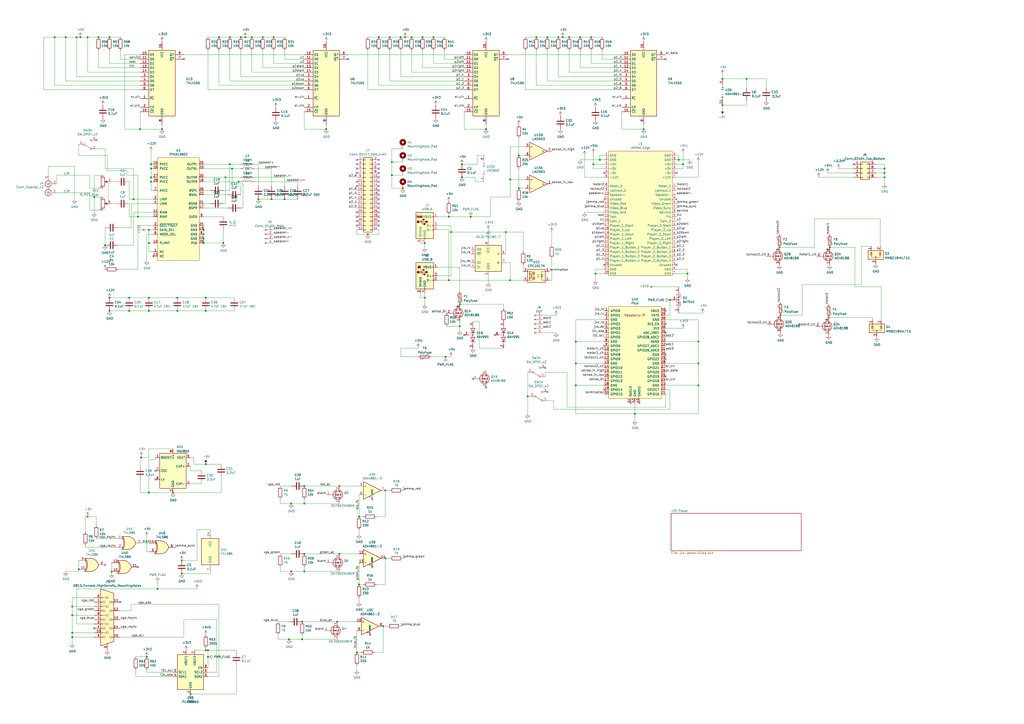
<source format=kicad_sch>
(kicad_sch (version 20211123) (generator eeschema)
  (paper "A2")
  (title_block (title "TD-IO"))
  (junction (at 87.63 105.41))
  (junction (at 273.05 125.73))
  (junction (at 120.65 381))
  (junction (at 311.15 21.59))
  (junction (at 419.1 60.96))
  (junction (at 342.9 21.59))
  (junction (at 31.75 21.59))
  (junction (at 157.48 115.57))
  (junction (at 323.85 21.59))
  (junction (at 347.98 92.71))
  (junction (at 334.01 198.12))
  (junction (at 120.65 377.19))
  (junction (at 330.2 21.59))
  (junction (at 393.7 92.71))
  (junction (at 334.01 210.82))
  (junction (at 86.36 140.97))
  (junction (at 119.38 180.34))
  (junction (at 227.33 101.6))
  (junction (at 41.91 369.57))
  (junction (at 175.26 360.68))
  (junction (at 368.3 240.03))
  (junction (at 405.13 223.52))
  (junction (at 176.53 281.94))
  (junction (at 196.85 321.31))
  (junction (at 77.47 115.57))
  (junction (at 87.63 97.79))
  (junction (at 168.91 292.1))
  (junction (at 74.93 180.34))
  (junction (at 452.12 143.51))
  (junction (at 306.07 229.87))
  (junction (at 195.58 360.68))
  (junction (at 86.36 172.72))
  (junction (at 86.36 285.75))
  (junction (at 105.41 332.74))
  (junction (at 213.36 135.89))
  (junction (at 219.71 21.59))
  (junction (at 234.95 21.59))
  (junction (at 133.35 95.25))
  (junction (at 266.7 176.53))
  (junction (at 266.7 189.23))
  (junction (at 208.28 299.72))
  (junction (at 260.35 162.56))
  (junction (at 295.91 104.14))
  (junction (at 119.38 269.24))
  (junction (at 102.87 172.72))
  (junction (at 46.6093 21.59))
  (junction (at 138.43 105.41))
  (junction (at 396.24 95.25))
  (junction (at 130.81 102.87))
  (junction (at 300.99 90.17))
  (junction (at 86.36 180.34))
  (junction (at 81.915 265.43))
  (junction (at 149.86 115.57))
  (junction (at 267.97 95.25))
  (junction (at 85.09 381))
  (junction (at 227.33 93.98))
  (junction (at 261.62 134.62))
  (junction (at 63.5 180.34))
  (junction (at 118.11 140.97))
  (junction (at 238.76 21.59))
  (junction (at 50.8 299.72))
  (junction (at 345.44 158.75))
  (junction (at 176.53 321.31))
  (junction (at 41.91 356.87))
  (junction (at 119.38 172.72))
  (junction (at 54.61 114.3))
  (junction (at 165.1 115.57))
  (junction (at 208.28 339.09))
  (junction (at 336.55 21.59))
  (junction (at 260.35 125.73))
  (junction (at 258.445 207.01))
  (junction (at 223.52 284.48))
  (junction (at 293.37 134.62))
  (junction (at 118.11 133.35))
  (junction (at 45.72 330.2))
  (junction (at 281.94 74.93))
  (junction (at 373.38 74.93))
  (junction (at 152.4 21.59))
  (junction (at 133.35 21.59))
  (junction (at 38.1 21.59))
  (junction (at 245.11 21.59))
  (junction (at 87.63 102.87))
  (junction (at 246.38 140.97))
  (junction (at 196.85 281.94))
  (junction (at 81.28 74.93))
  (junction (at 146.05 21.59))
  (junction (at 419.1 45.72))
  (junction (at 481.33 143.51))
  (junction (at 41.91 367.03))
  (junction (at 317.5 21.59))
  (junction (at 110.49 402.59))
  (junction (at 41.91 351.79))
  (junction (at 405.13 210.82))
  (junction (at 207.01 378.46))
  (junction (at 334.01 223.52))
  (junction (at 74.93 172.72))
  (junction (at 91.44 341.63))
  (junction (at 100.33 285.75))
  (junction (at 513.08 97.79))
  (junction (at 300.99 109.22))
  (junction (at 119.38 377.19))
  (junction (at 87.63 95.25))
  (junction (at 452.755 182.88))
  (junction (at 222.25 363.22))
  (junction (at 158.75 21.59))
  (junction (at 105.41 325.12))
  (junction (at 50.8 21.59))
  (junction (at 513.08 102.87))
  (junction (at 142.24 21.59))
  (junction (at 233.68 109.22))
  (junction (at 64.77 331.47))
  (junction (at 118.11 135.89))
  (junction (at 326.39 21.59))
  (junction (at 168.91 331.47))
  (junction (at 189.23 74.93))
  (junction (at 80.01 125.73))
  (junction (at 63.5 21.59))
  (junction (at 480.695 184.15))
  (junction (at 118.11 138.43))
  (junction (at 102.87 180.34))
  (junction (at 167.64 370.84))
  (junction (at 388.62 173.99))
  (junction (at 57.15 21.59))
  (junction (at 134.62 97.79))
  (junction (at 344.17 95.25))
  (junction (at 176.53 331.47))
  (junction (at 433.07 45.72))
  (junction (at 175.26 370.84))
  (junction (at 226.06 21.59))
  (junction (at 232.41 21.59))
  (junction (at 129.54 140.97))
  (junction (at 63.5 172.72))
  (junction (at 44.45 21.59))
  (junction (at 295.91 162.56))
  (junction (at 267.97 102.87))
  (junction (at 223.52 323.85))
  (junction (at 513.08 100.33))
  (junction (at 139.7 21.59))
  (junction (at 127 21.59))
  (junction (at 246.38 172.72))
  (junction (at 405.13 198.12))
  (junction (at 86.36 133.35))
  (junction (at 176.53 292.1))
  (junction (at 398.78 158.75))
  (junction (at 93.98 74.93))
  (junction (at 251.46 21.59))
  (junction (at 60.96 142.24))
  (no_connect (at 495.3 95.25))
  (no_connect (at 219.71 123.19))
  (no_connect (at 207.01 105.41))
  (no_connect (at 219.71 107.95))
  (no_connect (at 386.08 208.28))
  (no_connect (at 392.43 100.33))
  (no_connect (at 350.52 153.67))
  (no_connect (at 106.68 34.29))
  (no_connect (at 317.5 227.33))
  (no_connect (at 219.71 100.33))
  (no_connect (at 207.01 130.81))
  (no_connect (at 365.76 233.68))
  (no_connect (at 370.84 233.68))
  (no_connect (at 219.71 118.11))
  (no_connect (at 219.71 130.81))
  (no_connect (at 350.52 226.06))
  (no_connect (at 350.52 200.66))
  (no_connect (at 219.71 95.25))
  (no_connect (at 90.17 273.05))
  (no_connect (at 90.17 278.13))
  (no_connect (at 386.08 218.44))
  (no_connect (at 287.02 194.31))
  (no_connect (at 386.08 193.04))
  (no_connect (at 215.9 328.93))
  (no_connect (at 386.08 205.74))
  (no_connect (at 80.01 328.93))
  (no_connect (at 219.71 102.87))
  (no_connect (at 54.61 364.49))
  (no_connect (at 392.43 153.67))
  (no_connect (at 207.01 123.19))
  (no_connect (at 219.71 97.79))
  (no_connect (at 386.08 180.34))
  (no_connect (at 219.71 128.27))
  (no_connect (at 269.24 194.31))
  (no_connect (at 219.71 110.49))
  (no_connect (at 294.64 34.29))
  (no_connect (at 215.9 289.56))
  (no_connect (at 219.71 125.73))
  (no_connect (at 207.01 97.79))
  (no_connect (at 386.08 34.29))
  (no_connect (at 207.01 92.71))
  (no_connect (at 207.01 128.27))
  (no_connect (at 350.52 100.33))
  (no_connect (at 69.85 349.25))
  (no_connect (at 207.01 125.73))
  (no_connect (at 274.32 219.71))
  (no_connect (at 281.94 224.79))
  (no_connect (at 316.23 213.36))
  (no_connect (at 219.71 113.03))
  (no_connect (at 207.01 95.25))
  (no_connect (at 214.63 368.3))
  (no_connect (at 60.96 327.66))
  (no_connect (at 219.71 120.65))
  (no_connect (at 219.71 105.41))
  (no_connect (at 386.08 187.96))
  (no_connect (at 219.71 115.57))
  (no_connect (at 219.71 92.71))
  (no_connect (at 207.01 100.33))
  (no_connect (at 207.01 107.95))
  (no_connect (at 55.88 81.28))
  (no_connect (at 201.93 34.29))
  (wire (pts (xy 283.21 160.02) (xy 283.21 163.83)))
  (wire (pts (xy 388.62 237.49) (xy 388.62 226.06)))
  (wire (pts (xy 93.98 72.39) (xy 93.98 74.93)))
  (wire (pts (xy 269.24 49.53) (xy 219.71 49.53)))
  (wire (pts (xy 100.33 392.43) (xy 78.74 392.43)))
  (wire (pts (xy 213.36 135.89) (xy 219.71 135.89)))
  (wire (pts (xy 80.01 125.73) (xy 80.01 101.6)))
  (wire (pts (xy 162.56 331.47) (xy 168.91 331.47)))
  (wire (pts (xy 245.11 39.37) (xy 245.11 29.21)))
  (wire (pts (xy 320.04 142.24) (xy 320.04 134.62)))
  (wire (pts (xy 400.05 92.71) (xy 393.7 92.71)))
  (wire (pts (xy 292.1 176.53) (xy 292.1 179.07)))
  (wire (pts (xy 295.91 114.3) (xy 295.91 104.14)))
  (wire (pts (xy 345.44 162.56) (xy 345.44 158.75)))
  (wire (pts (xy 162.56 292.1) (xy 168.91 292.1)))
  (wire (pts (xy 120.65 381) (xy 120.65 377.19)))
  (wire (pts (xy 165.1 34.29) (xy 165.1 29.21)))
  (wire (pts (xy 269.24 74.93) (xy 281.94 74.93)))
  (wire (pts (xy 304.8 21.59) (xy 311.15 21.59)))
  (wire (pts (xy 513.08 97.79) (xy 513.08 95.25)))
  (wire (pts (xy 125.73 359.41) (xy 125.73 389.89)))
  (wire (pts (xy 513.08 102.87) (xy 513.08 100.33)))
  (wire (pts (xy 334.01 240.03) (xy 334.01 223.52)))
  (wire (pts (xy 405.13 210.82) (xy 405.13 198.12)))
  (wire (pts (xy 234.95 21.59) (xy 238.76 21.59)))
  (wire (pts (xy 81.28 39.37) (xy 57.15 39.37)))
  (wire (pts (xy 119.38 377.19) (xy 113.03 377.19)))
  (wire (pts (xy 133.35 95.25) (xy 139.7 95.25)))
  (wire (pts (xy 347.98 92.71) (xy 347.98 90.17)))
  (wire (pts (xy 222.25 378.46) (xy 222.25 363.22)))
  (wire (pts (xy 81.915 265.43) (xy 81.915 264.795)))
  (wire (pts (xy 472.44 127) (xy 510.54 127)))
  (wire (pts (xy 196.85 321.31) (xy 176.53 321.31)))
  (wire (pts (xy 396.24 190.5) (xy 386.08 190.5)))
  (wire (pts (xy 334.01 198.12) (xy 334.01 210.82)))
  (wire (pts (xy 119.38 180.34) (xy 135.89 180.34)))
  (wire (pts (xy 379.73 166.37) (xy 393.7 166.37)))
  (wire (pts (xy 175.26 368.3) (xy 175.26 370.84)))
  (wire (pts (xy 321.31 237.49) (xy 388.62 237.49)))
  (wire (pts (xy 323.85 21.59) (xy 326.39 21.59)))
  (wire (pts (xy 80.01 156.21) (xy 80.01 130.81)))
  (wire (pts (xy 196.85 281.94) (xy 208.28 281.94)))
  (wire (pts (xy 27.94 96.52) (xy 27.94 101.6)))
  (wire (pts (xy 350.52 223.52) (xy 334.01 223.52)))
  (wire (pts (xy 110.49 270.51) (xy 110.49 273.05)))
  (wire (pts (xy 195.58 360.68) (xy 175.26 360.68)))
  (wire (pts (xy 147.32 102.87) (xy 165.1 102.87)))
  (wire (pts (xy 360.68 49.53) (xy 311.15 49.53)))
  (wire (pts (xy 223.52 299.72) (xy 223.52 284.48)))
  (wire (pts (xy 81.28 44.45) (xy 44.45 44.45)))
  (wire (pts (xy 254 130.81) (xy 261.62 130.81)))
  (wire (pts (xy 54.61 367.03) (xy 41.91 367.03)))
  (wire (pts (xy 87.63 87.63) (xy 87.63 95.25)))
  (wire (pts (xy 176.53 34.29) (xy 165.1 34.29)))
  (wire (pts (xy 118.11 110.49) (xy 121.92 110.49)))
  (wire (pts (xy 344.17 95.25) (xy 344.17 97.79)))
  (wire (pts (xy 349.25 34.29) (xy 349.25 29.21)))
  (wire (pts (xy 336.55 21.59) (xy 342.9 21.59)))
  (wire (pts (xy 86.36 146.05) (xy 86.36 140.97)))
  (wire (pts (xy 189.23 74.93) (xy 176.53 74.93)))
  (wire (pts (xy 168.91 321.31) (xy 162.56 321.31)))
  (wire (pts (xy 120.65 377.19) (xy 119.38 377.19)))
  (wire (pts (xy 55.88 86.36) (xy 60.96 86.36)))
  (wire (pts (xy 243.84 172.72) (xy 246.38 172.72)))
  (wire (pts (xy 120.65 52.07) (xy 120.65 29.21)))
  (wire (pts (xy 31.75 21.59) (xy 38.1 21.59)))
  (wire (pts (xy 139.7 107.95) (xy 134.62 107.95)))
  (wire (pts (xy 100.33 285.75) (xy 128.27 285.75)))
  (wire (pts (xy 81.28 270.51) (xy 81.28 265.43)))
  (wire (pts (xy 452.755 182.88) (xy 465.455 182.88)))
  (wire (pts (xy 472.44 143.51) (xy 472.44 127)))
  (wire (pts (xy 506.095 184.15) (xy 506.095 185.42)))
  (wire (pts (xy 342.9 36.83) (xy 342.9 29.21)))
  (wire (pts (xy 118.11 118.11) (xy 121.92 118.11)))
  (wire (pts (xy 284.48 114.3) (xy 284.48 125.73)))
  (wire (pts (xy 87.63 102.87) (xy 88.9 102.87)))
  (wire (pts (xy 207.01 365.76) (xy 207.01 378.46)))
  (wire (pts (xy 433.07 60.96) (xy 433.07 58.42)))
  (wire (pts (xy 44.45 361.95) (xy 44.45 341.63)))
  (wire (pts (xy 142.24 21.59) (xy 146.05 21.59)))
  (wire (pts (xy 396.24 95.25) (xy 392.43 95.25)))
  (wire (pts (xy 41.91 346.71) (xy 41.91 351.79)))
  (wire (pts (xy 306.07 229.87) (xy 307.34 229.87)))
  (wire (pts (xy 134.62 107.95) (xy 134.62 97.79)))
  (wire (pts (xy 158.75 36.83) (xy 158.75 29.21)))
  (wire (pts (xy 368.3 240.03) (xy 368.3 243.84)))
  (wire (pts (xy 196.85 292.1) (xy 176.53 292.1)))
  (wire (pts (xy 317.5 46.99) (xy 317.5 29.21)))
  (wire (pts (xy 52.07 111.76) (xy 52.07 121.92)))
  (wire (pts (xy 269.24 46.99) (xy 226.06 46.99)))
  (wire (pts (xy 85.09 311.15) (xy 85.09 320.04)))
  (wire (pts (xy 147.32 95.25) (xy 149.86 95.25)))
  (wire (pts (xy 219.71 135.89) (xy 219.71 133.35)))
  (wire (pts (xy 350.52 92.71) (xy 347.98 92.71)))
  (wire (pts (xy 246.38 172.72) (xy 246.38 170.18)))
  (wire (pts (xy 219.71 21.59) (xy 226.06 21.59)))
  (wire (pts (xy 269.24 64.77) (xy 269.24 74.93)))
  (wire (pts (xy 386.08 236.22) (xy 386.08 228.6)))
  (wire (pts (xy 495.935 166.37) (xy 495.935 143.51)))
  (wire (pts (xy 38.1 21.59) (xy 38.1 46.99)))
  (wire (pts (xy 474.98 102.87) (xy 495.3 102.87)))
  (wire (pts (xy 73.66 101.6) (xy 73.66 99.06)))
  (wire (pts (xy 269.24 34.29) (xy 257.81 34.29)))
  (wire (pts (xy 62.23 90.17) (xy 45.72 90.17)))
  (wire (pts (xy 480.695 184.15) (xy 506.095 184.15)))
  (wire (pts (xy 495.935 166.37) (xy 511.175 166.37)))
  (wire (pts (xy 510.54 127) (xy 510.54 142.875)))
  (wire (pts (xy 208.28 309.88) (xy 208.28 307.34)))
  (wire (pts (xy 396.24 88.9) (xy 396.24 95.25)))
  (wire (pts (xy 250.19 207.01) (xy 258.445 207.01)))
  (wire (pts (xy 304.8 52.07) (xy 304.8 29.21)))
  (wire (pts (xy 444.5 45.72) (xy 433.07 45.72)))
  (wire (pts (xy 233.68 86.36) (xy 227.33 86.36)))
  (wire (pts (xy 46.6093 21.59) (xy 50.8 21.59)))
  (wire (pts (xy 328.93 215.9) (xy 316.23 215.9)))
  (wire (pts (xy 78.74 392.43) (xy 78.74 388.62)))
  (wire (pts (xy 90.17 265.43) (xy 90.17 266.7)))
  (wire (pts (xy 67.31 317.5) (xy 49.53 317.5)))
  (wire (pts (xy 276.86 95.25) (xy 276.86 90.17)))
  (wire (pts (xy 267.97 102.87) (xy 275.59 102.87)))
  (wire (pts (xy 67.31 118.11) (xy 64.77 118.11)))
  (wire (pts (xy 360.68 74.93) (xy 373.38 74.93)))
  (wire (pts (xy 260.35 162.56) (xy 295.91 162.56)))
  (wire (pts (xy 208.28 339.09) (xy 210.82 339.09)))
  (wire (pts (xy 320.04 162.56) (xy 320.04 149.86)))
  (wire (pts (xy 139.7 44.45) (xy 139.7 29.21)))
  (wire (pts (xy 176.53 52.07) (xy 120.65 52.07)))
  (wire (pts (xy 254 154.94) (xy 266.7 154.94)))
  (wire (pts (xy 261.62 134.62) (xy 293.37 134.62)))
  (wire (pts (xy 86.36 265.43) (xy 86.36 260.35)))
  (wire (pts (xy 125.73 389.89) (xy 120.65 389.89)))
  (wire (pts (xy 134.62 97.79) (xy 139.7 97.79)))
  (wire (pts (xy 208.28 299.72) (xy 210.82 299.72)))
  (wire (pts (xy 232.41 21.59) (xy 234.95 21.59)))
  (wire (pts (xy 77.47 115.57) (xy 88.9 115.57)))
  (wire (pts (xy 135.89 172.72) (xy 119.38 172.72)))
  (wire (pts (xy 76.2 132.08) (xy 68.58 132.08)))
  (wire (pts (xy 433.07 45.72) (xy 419.1 45.72)))
  (wire (pts (xy 49.53 299.72) (xy 50.8 299.72)))
  (wire (pts (xy 161.29 370.84) (xy 167.64 370.84)))
  (wire (pts (xy 219.71 49.53) (xy 219.71 29.21)))
  (wire (pts (xy 254 162.56) (xy 260.35 162.56)))
  (wire (pts (xy 292.1 176.53) (xy 266.7 176.53)))
  (wire (pts (xy 300.99 109.22) (xy 304.8 109.22)))
  (wire (pts (xy 266.7 154.94) (xy 266.7 168.91)))
  (wire (pts (xy 267.97 95.25) (xy 276.86 95.25)))
  (wire (pts (xy 38.1 21.59) (xy 44.45 21.59)))
  (wire (pts (xy 44.45 21.59) (xy 44.45 44.45)))
  (wire (pts (xy 360.68 64.77) (xy 360.68 74.93)))
  (wire (pts (xy 323.85 44.45) (xy 323.85 29.21)))
  (wire (pts (xy 87.63 97.79) (xy 87.63 102.87)))
  (wire (pts (xy 119.38 172.72) (xy 102.87 172.72)))
  (wire (pts (xy 278.13 201.93) (xy 278.13 186.69)))
  (wire (pts (xy 90.17 266.7) (xy 86.36 266.7)))
  (wire (pts (xy 452.12 143.51) (xy 472.44 143.51)))
  (wire (pts (xy 127 392.43) (xy 120.65 392.43)))
  (wire (pts (xy 323.85 21.59) (xy 317.5 21.59)))
  (wire (pts (xy 86.36 172.72) (xy 74.93 172.72)))
  (wire (pts (xy 405.13 198.12) (xy 405.13 185.42)))
  (wire (pts (xy 129.54 140.97) (xy 118.11 140.97)))
  (wire (pts (xy 318.77 162.56) (xy 320.04 162.56)))
  (wire (pts (xy 238.76 41.91) (xy 238.76 29.21)))
  (wire (pts (xy 81.28 34.29) (xy 69.85 34.29)))
  (wire (pts (xy 149.86 115.57) (xy 157.48 115.57)))
  (wire (pts (xy 139.7 21.59) (xy 133.35 21.59)))
  (wire (pts (xy 295.91 162.56) (xy 303.53 162.56)))
  (wire (pts (xy 88.9 133.35) (xy 86.36 133.35)))
  (wire (pts (xy 347.98 92.71) (xy 336.55 92.71)))
  (wire (pts (xy 55.88 304.8) (xy 55.88 299.72)))
  (wire (pts (xy 162.56 289.56) (xy 162.56 292.1)))
  (wire (pts (xy 284.48 125.73) (xy 273.05 125.73)))
  (wire (pts (xy 261.62 160.02) (xy 254 160.02)))
  (wire (pts (xy 176.53 36.83) (xy 158.75 36.83)))
  (wire (pts (xy 88.9 146.05) (xy 86.36 146.05)))
  (wire (pts (xy 129.54 133.35) (xy 129.54 140.97)))
  (wire (pts (xy 283.21 133.35) (xy 283.21 139.7)))
  (wire (pts (xy 334.01 210.82) (xy 350.52 210.82)))
  (wire (pts (xy 114.3 325.12) (xy 114.3 307.34)))
  (wire (pts (xy 72.39 31.75) (xy 81.28 31.75)))
  (wire (pts (xy 44.45 341.63) (xy 91.44 341.63)))
  (wire (pts (xy 152.4 21.59) (xy 158.75 21.59)))
  (wire (pts (xy 105.41 325.12) (xy 114.3 325.12)))
  (wire (pts (xy 207.01 388.62) (xy 207.01 386.08)))
  (wire (pts (xy 140.97 120.65) (xy 140.97 106.68)))
  (wire (pts (xy 81.28 49.53) (xy 31.75 49.53)))
  (wire (pts (xy 138.43 106.68) (xy 138.43 105.41)))
  (wire (pts (xy 64.77 332.74) (xy 64.77 331.47)))
  (wire (pts (xy 147.32 105.41) (xy 172.72 105.41)))
  (wire (pts (xy 76.2 118.11) (xy 76.2 132.08)))
  (wire (pts (xy 207.01 135.89) (xy 207.01 133.35)))
  (wire (pts (xy 54.61 356.87) (xy 41.91 356.87)))
  (wire (pts (xy 118.11 138.43) (xy 118.11 140.97)))
  (wire (pts (xy 50.8 21.59) (xy 50.8 41.91)))
  (wire (pts (xy 69.85 34.29) (xy 69.85 29.21)))
  (wire (pts (xy 165.1 115.57) (xy 172.72 115.57)))
  (wire (pts (xy 129.54 110.49) (xy 133.35 110.49)))
  (wire (pts (xy 513.08 95.25) (xy 508 95.25)))
  (wire (pts (xy 505.46 142.875) (xy 499.745 142.875)))
  (wire (pts (xy 157.48 115.57) (xy 165.1 115.57)))
  (wire (pts (xy 106.68 359.41) (xy 125.73 359.41)))
  (wire (pts (xy 396.24 95.25) (xy 396.24 97.79)))
  (wire (pts (xy 176.53 64.77) (xy 176.53 74.93)))
  (wire (pts (xy 405.13 185.42) (xy 386.08 185.42)))
  (wire (pts (xy 314.96 182.88) (xy 322.58 182.88)))
  (wire (pts (xy 76.2 350.52) (xy 127 350.52)))
  (wire (pts (xy 300.99 90.17) (xy 300.99 80.01)))
  (wire (pts (xy 63.5 21.59) (xy 69.85 21.59)))
  (wire (pts (xy 350.52 123.19) (xy 339.09 123.19)))
  (wire (pts (xy 269.24 52.07) (xy 213.36 52.07)))
  (wire (pts (xy 275.59 105.41) (xy 280.67 105.41)))
  (wire (pts (xy 41.91 351.79) (xy 41.91 356.87)))
  (wire (pts (xy 322.58 193.04) (xy 314.96 193.04)))
  (wire (pts (xy 339.09 90.17) (xy 339.09 102.87)))
  (wire (pts (xy 360.68 39.37) (xy 336.55 39.37)))
  (wire (pts (xy 77.47 142.24) (xy 68.58 142.24)))
  (wire (pts (xy 368.3 240.03) (xy 405.13 240.03)))
  (wire (pts (xy 152.4 39.37) (xy 152.4 29.21)))
  (wire (pts (xy 119.38 375.92) (xy 119.38 377.19)))
  (wire (pts (xy 433.07 50.8) (xy 433.07 45.72)))
  (wire (pts (xy 294.64 31.75) (xy 360.68 31.75)))
  (wire (pts (xy 257.81 34.29) (xy 257.81 29.21)))
  (wire (pts (xy 243.84 170.18) (xy 243.84 172.72)))
  (wire (pts (xy 311.15 49.53) (xy 311.15 29.21)))
  (wire (pts (xy 344.17 95.25) (xy 350.52 95.25)))
  (wire (pts (xy 139.7 120.65) (xy 140.97 120.65)))
  (wire (pts (xy 208.28 287.02) (xy 208.28 299.72)))
  (wire (pts (xy 246.38 140.97) (xy 243.84 140.97)))
  (wire (pts (xy 127 21.59) (xy 133.35 21.59)))
  (wire (pts (xy 295.91 104.14) (xy 304.8 104.14)))
  (wire (pts (xy 149.86 107.95) (xy 149.86 95.25)))
  (wire (pts (xy 93.98 74.93) (xy 81.28 74.93)))
  (wire (pts (xy 67.31 312.42) (xy 55.88 312.42)))
  (wire (pts (xy 328.93 236.22) (xy 386.08 236.22)))
  (wire (pts (xy 138.43 105.41) (xy 139.7 105.41)))
  (wire (pts (xy 405.13 102.87) (xy 392.43 102.87)))
  (wire (pts (xy 195.58 360.68) (xy 207.01 360.68)))
  (wire (pts (xy 293.37 134.62) (xy 303.53 134.62)))
  (wire (pts (xy 328.93 215.9) (xy 328.93 236.22)))
  (wire (pts (xy 146.05 21.59) (xy 152.4 21.59)))
  (wire (pts (xy 54.61 123.19) (xy 54.61 114.3)))
  (wire (pts (xy 419.1 60.96) (xy 419.1 63.5)))
  (wire (pts (xy 87.63 105.41) (xy 88.9 105.41)))
  (wire (pts (xy 360.68 41.91) (xy 330.2 41.91)))
  (wire (pts (xy 388.62 182.88) (xy 388.62 173.99)))
  (wire (pts (xy 316.23 215.9) (xy 316.23 218.44)))
  (wire (pts (xy 405.13 223.52) (xy 405.13 210.82)))
  (wire (pts (xy 118.11 105.41) (xy 138.43 105.41)))
  (wire (pts (xy 54.61 346.71) (xy 41.91 346.71)))
  (wire (pts (xy 444.5 50.8) (xy 444.5 45.72)))
  (wire (pts (xy 119.38 269.24) (xy 112.395 269.24)))
  (wire (pts (xy 33.02 106.68) (xy 33.02 101.6)))
  (wire (pts (xy 25.4 21.59) (xy 31.75 21.59)))
  (wire (pts (xy 360.68 46.99) (xy 317.5 46.99)))
  (wire (pts (xy 85.09 320.04) (xy 86.36 320.04)))
  (wire (pts (xy 110.49 280.67) (xy 116.84 280.67)))
  (wire (pts (xy 246.38 176.53) (xy 246.38 172.72)))
  (wire (pts (xy 54.61 361.95) (xy 44.45 361.95)))
  (wire (pts (xy 259.08 189.23) (xy 266.7 189.23)))
  (wire (pts (xy 245.11 21.59) (xy 251.46 21.59)))
  (wire (pts (xy 74.93 180.34) (xy 86.36 180.34)))
  (wire (pts (xy 226.06 46.99) (xy 226.06 29.21)))
  (wire (pts (xy 398.78 161.29) (xy 398.78 158.75)))
  (wire (pts (xy 87.63 95.25) (xy 87.63 97.79)))
  (wire (pts (xy 43.18 96.52) (xy 43.18 115.57)))
  (wire (pts (xy 495.3 97.79) (xy 486.41 97.79)))
  (wire (pts (xy 77.47 97.79) (xy 60.96 97.79)))
  (wire (pts (xy 269.24 36.83) (xy 251.46 36.83)))
  (wire (pts (xy 176.53 46.99) (xy 133.35 46.99)))
  (wire (pts (xy 127 350.52) (xy 127 392.43)))
  (wire (pts (xy 330.2 41.91) (xy 330.2 29.21)))
  (wire (pts (xy 224.79 363.22) (xy 222.25 363.22)))
  (wire (pts (xy 119.38 180.34) (xy 102.87 180.34)))
  (wire (pts (xy 176.53 44.45) (xy 139.7 44.45)))
  (wire (pts (xy 195.58 370.84) (xy 175.26 370.84)))
  (wire (pts (xy 201.93 31.75) (xy 269.24 31.75)))
  (wire (pts (xy 347.98 90.17) (xy 350.52 90.17)))
  (wire (pts (xy 31.75 21.59) (xy 31.75 49.53)))
  (wire (pts (xy 398.78 156.21) (xy 392.43 156.21)))
  (wire (pts (xy 88.9 140.97) (xy 86.36 140.97)))
  (wire (pts (xy 511.175 166.37) (xy 511.175 185.42)))
  (wire (pts (xy 74.93 118.11) (xy 74.93 125.73)))
  (wire (pts (xy 38.1 331.47) (xy 45.72 331.47)))
  (wire (pts (xy 80.01 125.73) (xy 88.9 125.73)))
  (wire (pts (xy 405.13 93.98) (xy 405.13 102.87)))
  (wire (pts (xy 233.68 93.98) (xy 227.33 93.98)))
  (wire (pts (xy 59.69 101.6) (xy 54.61 101.6)))
  (wire (pts (xy 168.91 281.94) (xy 162.56 281.94)))
  (wire (pts (xy 57.15 21.59) (xy 63.5 21.59)))
  (wire (pts (xy 72.39 31.75) (xy 72.39 74.93)))
  (wire (pts (xy 278.13 186.69) (xy 274.32 186.69)))
  (wire (pts (xy 388.62 226.06) (xy 386.08 226.06)))
  (wire (pts (xy 114.3 341.63) (xy 91.44 341.63)))
  (wire (pts (xy 133.35 46.99) (xy 133.35 29.21)))
  (wire (pts (xy 130.81 118.11) (xy 130.81 102.87)))
  (wire (pts (xy 321.31 232.41) (xy 317.5 232.41)))
  (wire (pts (xy 88.9 135.89) (xy 85.09 135.89)))
  (wire (pts (xy 45.72 325.12) (xy 45.72 330.2)))
  (wire (pts (xy 105.41 332.74) (xy 121.92 332.74)))
  (wire (pts (xy 91.44 341.63) (xy 91.44 337.82)))
  (wire (pts (xy 360.68 52.07) (xy 304.8 52.07)))
  (wire (pts (xy 86.36 180.34) (xy 102.87 180.34)))
  (wire (pts (xy 176.53 289.56) (xy 176.53 292.1)))
  (wire (pts (xy 139.7 113.03) (xy 139.7 107.95)))
  (wire (pts (xy 76.2 354.33) (xy 69.85 354.33)))
  (wire (pts (xy 360.68 34.29) (xy 349.25 34.29)))
  (wire (pts (xy 227.33 93.98) (xy 227.33 101.6)))
  (wire (pts (xy 80.01 101.6) (xy 73.66 101.6)))
  (wire (pts (xy 218.44 339.09) (xy 223.52 339.09)))
  (wire (pts (xy 49.53 308.61) (xy 49.53 299.72)))
  (wire (pts (xy 321.31 237.49) (xy 321.31 232.41)))
  (wire (pts (xy 55.88 299.72) (xy 50.8 299.72)))
  (wire (pts (xy 45.72 83.82) (xy 45.72 90.17)))
  (wire (pts (xy 261.62 134.62) (xy 261.62 160.02)))
  (wire (pts (xy 118.11 113.03) (xy 132.08 113.03)))
  (wire (pts (xy 227.33 86.36) (xy 227.33 93.98)))
  (wire (pts (xy 261.62 130.81) (xy 261.62 134.62)))
  (wire (pts (xy 303.53 146.05) (xy 303.53 134.62)))
  (wire (pts (xy 128.27 276.86) (xy 128.27 285.75)))
  (wire (pts (xy 334.01 185.42) (xy 334.01 198.12)))
  (wire (pts (xy 118.11 138.43) (xy 118.11 135.89)))
  (wire (pts (xy 405.13 240.03) (xy 405.13 223.52)))
  (wire (pts (xy 275.59 102.87) (xy 275.59 105.41)))
  (wire (pts (xy 80.01 130.81) (xy 88.9 130.81)))
  (wire (pts (xy 393.7 92.71) (xy 393.7 90.17)))
  (wire (pts (xy 45.72 331.47) (xy 45.72 330.2)))
  (wire (pts (xy 393.7 90.17) (xy 392.43 90.17)))
  (wire (pts (xy 295.91 85.09) (xy 304.8 85.09)))
  (wire (pts (xy 217.17 378.46) (xy 222.25 378.46)))
  (wire (pts (xy 73.66 99.06) (xy 62.23 99.06)))
  (wire (pts (xy 223.52 339.09) (xy 223.52 323.85)))
  (wire (pts (xy 213.36 52.07) (xy 213.36 29.21)))
  (wire (pts (xy 63.5 36.83) (xy 63.5 29.21)))
  (wire (pts (xy 44.45 21.59) (xy 46.6093 21.59)))
  (wire (pts (xy 273.05 125.73) (xy 260.35 125.73)))
  (wire (pts (xy 100.33 389.89) (xy 85.09 389.89)))
  (wire (pts (xy 306.07 215.9) (xy 306.07 229.87)))
  (wire (pts (xy 81.28 46.99) (xy 38.1 46.99)))
  (wire (pts (xy 87.63 105.41) (xy 87.63 110.49)))
  (wire (pts (xy 60.96 132.08) (xy 60.96 142.24)))
  (wire (pts (xy 81.28 74.93) (xy 72.39 74.93)))
  (wire (pts (xy 284.48 114.3) (xy 295.91 114.3)))
  (wire (pts (xy 208.28 349.25) (xy 208.28 346.71)))
  (wire (pts (xy 54.61 114.3) (xy 59.69 114.3)))
  (wire (pts (xy 360.68 44.45) (xy 323.85 44.45)))
  (wire (pts (xy 137.16 377.19) (xy 137.16 378.46)))
  (wire (pts (xy 54.61 369.57) (xy 41.91 369.57)))
  (wire (pts (xy 120.65 377.19) (xy 137.16 377.19)))
  (wire (pts (xy 251.46 21.59) (xy 257.81 21.59)))
  (wire (pts (xy 114.3 307.34) (xy 121.92 307.34)))
  (wire (pts (xy 81.28 285.75) (xy 86.36 285.75)))
  (wire (pts (xy 63.5 172.72) (xy 74.93 172.72)))
  (wire (pts (xy 393.7 92.71) (xy 392.43 92.71)))
  (wire (pts (xy 86.36 260.35) (xy 100.33 260.35)))
  (wire (pts (xy 480.06 100.33) (xy 495.3 100.33)))
  (wire (pts (xy 88.9 123.19) (xy 77.47 123.19)))
  (wire (pts (xy 405.13 223.52) (xy 386.08 223.52)))
  (wire (pts (xy 232.41 44.45) (xy 232.41 29.21)))
  (wire (pts (xy 227.33 109.22) (xy 233.68 109.22)))
  (wire (pts (xy 266.7 189.23) (xy 266.7 186.69)))
  (wire (pts (xy 62.23 99.06) (xy 62.23 90.17)))
  (wire (pts (xy 281.94 74.93) (xy 281.94 72.39)))
  (wire (pts (xy 398.78 158.75) (xy 398.78 156.21)))
  (wire (pts (xy 112.395 265.43) (xy 112.395 269.24)))
  (wire (pts (xy 172.72 105.41) (xy 172.72 107.95)))
  (wire (pts (xy 81.28 52.07) (xy 25.4 52.07)))
  (wire (pts (xy 269.24 41.91) (xy 238.76 41.91)))
  (wire (pts (xy 33.02 111.76) (xy 52.07 111.76)))
  (wire (pts (xy 368.3 240.03) (xy 334.01 240.03)))
  (wire (pts (xy 87.63 102.87) (xy 87.63 105.41)))
  (wire (pts (xy 33.02 101.6) (xy 52.07 101.6)))
  (wire (pts (xy 165.1 102.87) (xy 165.1 107.95)))
  (wire (pts (xy 396.24 97.79) (xy 392.43 97.79)))
  (wire (pts (xy 326.39 21.59) (xy 330.2 21.59)))
  (wire (pts (xy 162.56 328.93) (xy 162.56 331.47)))
  (wire (pts (xy 118.11 133.35) (xy 118.11 135.89)))
  (wire (pts (xy 386.08 182.88) (xy 388.62 182.88)))
  (wire (pts (xy 293.37 152.4) (xy 295.91 152.4)))
  (wire (pts (xy 120.65 21.59) (xy 127 21.59)))
  (wire (pts (xy 368.3 233.68) (xy 368.3 240.03)))
  (wire (pts (xy 393.7 181.61) (xy 407.67 181.61)))
  (wire (pts (xy 167.64 360.68) (xy 161.29 360.68)))
  (wire (pts (xy 81.28 36.83) (xy 63.5 36.83)))
  (wire (pts (xy 213.36 135.89) (xy 207.01 135.89)))
  (wire (pts (xy 85.09 381) (xy 78.74 381)))
  (wire (pts (xy 81.28 278.13) (xy 81.28 285.75)))
  (wire (pts (xy 86.36 172.72) (xy 102.87 172.72)))
  (wire (pts (xy 41.91 367.03) (xy 41.91 369.57)))
  (wire (pts (xy 513.08 100.33) (xy 508 100.33)))
  (wire (pts (xy 342.9 21.59) (xy 349.25 21.59)))
  (wire (pts (xy 300.99 109.22) (xy 300.99 97.79)))
  (wire (pts (xy 74.93 115.57) (xy 77.47 115.57)))
  (wire (pts (xy 118.11 97.79) (xy 134.62 97.79)))
  (wire (pts (xy 419.1 60.96) (xy 433.07 60.96)))
  (wire (pts (xy 139.7 21.59) (xy 142.24 21.59)))
  (wire (pts (xy 74.93 105.41) (xy 74.93 115.57)))
  (wire (pts (xy 81.28 64.77) (xy 81.28 74.93)))
  (wire (pts (xy 304.8 90.17) (xy 300.99 90.17)))
  (wire (pts (xy 405.13 210.82) (xy 386.08 210.82)))
  (wire (pts (xy 176.53 292.1) (xy 168.91 292.1)))
  (wire (pts (xy 465.455 165.1) (xy 465.455 182.88)))
  (wire (pts (xy 513.08 97.79) (xy 508 97.79)))
  (wire (pts (xy 86.36 140.97) (xy 86.36 133.35)))
  (wire (pts (xy 86.36 266.7) (xy 86.36 285.75)))
  (wire (pts (xy 495.935 143.51) (xy 481.33 143.51)))
  (wire (pts (xy 161.29 368.3) (xy 161.29 370.84)))
  (wire (pts (xy 218.44 299.72) (xy 223.52 299.72)))
  (wire (pts (xy 176.53 331.47) (xy 168.91 331.47)))
  (wire (pts (xy 208.28 326.39) (xy 208.28 339.09)))
  (wire (pts (xy 278.13 201.93) (xy 292.1 201.93)))
  (wire (pts (xy 118.11 95.25) (xy 133.35 95.25)))
  (wire (pts (xy 74.93 125.73) (xy 80.01 125.73)))
  (wire (pts (xy 64.77 331.47) (xy 64.77 326.39)))
  (wire (pts (xy 118.11 102.87) (xy 130.81 102.87)))
  (wire (pts (xy 232.41 201.93) (xy 242.57 201.93)))
  (wire (pts (xy 118.11 130.81) (xy 118.11 133.35)))
  (wire (pts (xy 52.07 121.92) (xy 59.69 121.92)))
  (wire (pts (xy 513.08 102.87) (xy 513.08 106.68)))
  (wire (pts (xy 499.745 165.1) (xy 465.455 165.1)))
  (wire (pts (xy 60.96 97.79) (xy 60.96 86.36)))
  (wire (pts (xy 81.915 265.43) (xy 86.36 265.43)))
  (wire (pts (xy 130.81 102.87) (xy 139.7 102.87)))
  (wire (pts (xy 269.24 44.45) (xy 232.41 44.45)))
  (wire (pts (xy 227.33 101.6) (xy 227.33 109.22)))
  (wire (pts (xy 513.08 102.87) (xy 508 102.87)))
  (wire (pts (xy 129.54 118.11) (xy 130.81 118.11)))
  (wire (pts (xy 52.07 109.22) (xy 59.69 109.22)))
  (wire (pts (xy 254 125.73) (xy 260.35 125.73)))
  (wire (pts (xy 266.7 189.23) (xy 266.7 191.77)))
  (wire (pts (xy 176.53 31.75) (xy 106.68 31.75)))
  (wire (pts (xy 373.38 72.39) (xy 373.38 74.93)))
  (wire (pts (xy 350.52 198.12) (xy 334.01 198.12)))
  (wire (pts (xy 86.36 285.75) (xy 100.33 285.75)))
  (wire (pts (xy 176.53 328.93) (xy 176.53 331.47)))
  (wire (pts (xy 339.09 102.87) (xy 350.52 102.87)))
  (wire (pts (xy 189.23 72.39) (xy 189.23 74.93)))
  (wire (pts (xy 110.49 273.05) (xy 116.84 273.05)))
  (wire (pts (xy 63.5 180.34) (xy 74.93 180.34)))
  (wire (pts (xy 68.58 156.21) (xy 80.01 156.21)))
  (wire (pts (xy 41.91 356.87) (xy 41.91 367.03)))
  (wire (pts (xy 118.11 120.65) (xy 132.08 120.65)))
  (wire (pts (xy 196.85 321.31) (xy 208.28 321.31)))
  (wire (pts (xy 350.52 185.42) (xy 334.01 185.42)))
  (wire (pts (xy 110.49 265.43) (xy 112.395 265.43)))
  (wire (pts (xy 118.11 125.73) (xy 129.54 125.73)))
  (wire (pts (xy 158.75 21.59) (xy 165.1 21.59)))
  (wire (pts (xy 196.85 281.94) (xy 176.53 281.94)))
  (wire (pts (xy 246.38 143.51) (xy 246.38 140.97)))
  (wire (pts (xy 330.2 21.59) (xy 336.55 21.59)))
  (wire (pts (xy 360.68 36.83) (xy 342.9 36.83)))
  (wire (pts (xy 398.78 158.75) (xy 392.43 158.75)))
  (wire (pts (xy 82.55 314.96) (xy 86.36 314.96)))
  (wire (pts (xy 344.17 88.9) (xy 344.17 95.25)))
  (wire (pts (xy 106.68 369.57) (xy 106.68 359.41)))
  (wire (pts (xy 311.15 21.59) (xy 317.5 21.59)))
  (wire (pts (xy 41.91 369.57) (xy 41.91 373.38)))
  (wire (pts (xy 227.33 101.6) (xy 233.68 101.6)))
  (wire (pts (xy 226.06 323.85) (xy 223.52 323.85)))
  (wire (pts (xy 295.91 152.4) (xy 295.91 162.56)))
  (wire (pts (xy 43.18 96.52) (xy 27.94 96.52)))
  (wire (pts (xy 76.2 350.52) (xy 76.2 354.33)))
  (wire (pts (xy 207.01 378.46) (xy 209.55 378.46)))
  (wire (pts (xy 57.15 39.37) (xy 57.15 29.21)))
  (wire (pts (xy 260.35 162.56) (xy 260.35 133.35)))
  (wire (pts (xy 260.35 125.73) (xy 260.35 124.46)))
  (wire (pts (xy 276.86 90.17) (xy 280.67 90.17)))
  (wire (pts (xy 251.46 36.83) (xy 251.46 29.21)))
  (wire (pts (xy 157.48 97.79) (xy 157.48 107.95)))
  (wire (pts (xy 334.01 223.52) (xy 334.01 210.82)))
  (wire (pts (xy 405.13 198.12) (xy 386.08 198.12)))
  (wire (pts (xy 87.63 97.79) (xy 88.9 97.79)))
  (wire (pts (xy 81.28 41.91) (xy 50.8 41.91)))
  (wire (pts (xy 77.47 123.19) (xy 77.47 142.24)))
  (wire (pts (xy 226.06 284.48) (xy 223.52 284.48)))
  (wire (pts (xy 232.41 21.59) (xy 226.06 21.59)))
  (wire (pts (xy 81.28 265.43) (xy 81.915 265.43)))
  (wire (pts (xy 258.445 207.01) (xy 261.62 207.01)))
  (wire (pts (xy 127 49.53) (xy 127 29.21)))
  (wire (pts (xy 140.97 106.68) (xy 138.43 106.68)))
  (wire (pts (xy 336.55 39.37) (xy 336.55 29.21)))
  (wire (pts (xy 85.09 389.89) (xy 85.09 388.62)))
  (wire (pts (xy 87.63 95.25) (xy 88.9 95.25)))
  (wire (pts (xy 293.37 147.32) (xy 293.37 134.62)))
  (wire (pts (xy 295.91 104.14) (xy 295.91 85.09)))
  (wire (pts (xy 54.61 101.6) (xy 54.61 114.3)))
  (wire (pts (xy 196.85 331.47) (xy 176.53 331.47)))
  (wire (pts (xy 77.47 115.57) (xy 77.47 97.79)))
  (wire (pts (xy 260.35 133.35) (xy 254 133.35)))
  (wire (pts (xy 175.26 370.84) (xy 167.64 370.84)))
  (wire (pts (xy 176.53 41.91) (xy 146.05 41.91)))
  (wire (pts (xy 232.41 201.93) (xy 232.41 207.01)))
  (wire (pts (xy 137.16 402.59) (xy 137.16 386.08)))
  (wire (pts (xy 419.1 45.72) (xy 419.1 43.18)))
  (wire (pts (xy 110.49 402.59) (xy 137.16 402.59)))
  (wire (pts (xy 133.35 110.49) (xy 133.35 95.25)))
  (wire (pts (xy 303.53 153.67) (xy 303.53 157.48)))
  (wire (pts (xy 499.745 142.875) (xy 499.745 165.1)))
  (wire (pts (xy 50.8 21.59) (xy 57.15 21.59)))
  (wire (pts (xy 345.44 156.21) (xy 350.52 156.21)))
  (wire (pts (xy 25.4 21.59) (xy 25.4 52.07)))
  (wire (pts (xy 176.53 49.53) (xy 127 49.53)))
  (wire (pts (xy 52.07 101.6) (xy 52.07 109.22)))
  (wire (pts (xy 344.17 97.79) (xy 350.52 97.79)))
  (wire (pts (xy 345.44 158.75) (xy 345.44 156.21)))
  (wire (pts (xy 213.36 21.59) (xy 219.71 21.59)))
  (wire (pts (xy 146.05 41.91) (xy 146.05 29.21)))
  (wire (pts (xy 306.07 229.87) (xy 306.07 240.03)))
  (wire (pts (xy 85.09 135.89) (xy 85.09 151.13)))
  (wire (pts (xy 87.63 110.49) (xy 88.9 110.49)))
  (wire (pts (xy 147.32 97.79) (xy 157.48 97.79)))
  (wire (pts (xy 238.76 21.59) (xy 245.11 21.59)))
  (wire (pts (xy 513.08 100.33) (xy 513.08 97.79)))
  (wire (pts (xy 86.36 133.35) (xy 85.09 133.35)))
  (wire (pts (xy 269.24 39.37) (xy 245.11 39.37)))
  (wire (pts (xy 232.41 207.01) (xy 242.57 207.01)))
  (wire (pts (xy 49.53 317.5) (xy 49.53 316.23)))
  (wire (pts (xy 54.61 351.79) (xy 41.91 351.79)))
  (wire (pts (xy 69.85 369.57) (xy 106.68 369.57)))
  (wire (pts (xy 67.31 105.41) (xy 64.77 105.41)))
  (wire (pts (xy 128.27 269.24) (xy 119.38 269.24)))
  (wire (pts (xy 88.9 118.11) (xy 76.2 118.11)))
  (wire (pts (xy 345.44 158.75) (xy 350.52 158.75)))
  (wire (pts (xy 120.65 387.35) (xy 120.65 381)))
  (wire (pts (xy 176.53 39.37) (xy 152.4 39.37)))
  (label "c2" (at 392.43 128.27 0))
  (label "p1_5" (at 207.01 113.03 180))
  (label "vga_hsync" (at 67.31 312.42 180))
  (label "sr_clr" (at 386.08 213.36 0))
  (label "speaker_r-" (at 158.75 138.43 0))
  (label "p1_5" (at 360.68 44.45 180))
  (label "p1left" (at 269.24 34.29 180))
  (label "vga_hsync" (at 69.85 359.41 0))
  (label "blank" (at 82.55 314.96 0))
  (label "jvs_re" (at 350.52 187.96 180))
  (label "speaker-" (at 392.43 113.03 0))
  (label "p2_4" (at 360.68 41.91 180))
  (label "adc2" (at 386.08 195.58 0))
  (label "red_fb" (at 208.28 295.91 90))
  (label "i2c_sda" (at 350.52 193.04 180))
  (label "jamma_blue" (at 232.41 363.22 0))
  (label "green_ac" (at 185.42 321.31 0))
  (label "p1_4" (at 350.52 151.13 180))
  (label "test" (at 350.52 125.73 180))
  (label "p1_3" (at 350.52 148.59 180))
  (label "sr_clk" (at 269.24 62.23 180))
  (label "speaker+" (at 158.75 140.97 0))
  (label "sr_clk" (at 386.08 220.98 0))
  (label "sr_clr" (at 360.68 57.15 180))
  (label "jvs_rx" (at 273.05 144.78 180))
  (label "vga_red" (at 162.56 281.94 180))
  (label "i2c_scl" (at 100.33 389.89 180))
  (label "blank" (at 189.23 287.02 180))
  (label "p2_6" (at 360.68 52.07 180))
  (label "vga_sda" (at 80.01 350.52 0))
  (label "lockout2" (at 350.52 110.49 180))
  (label "i2c_scl" (at 350.52 195.58 180))
  (label "jvs_re" (at 273.05 147.32 180))
  (label "blue_ac" (at 185.42 360.68 0))
  (label "lockout1_ctl" (at 350.52 208.28 180))
  (label "adc0" (at 314.96 185.42 0))
  (label "p1_4" (at 207.01 115.57 180))
  (label "p2start" (at 392.43 130.81 0))
  (label "sense_in_low" (at 320.04 106.68 0))
  (label "lockout1_ctl" (at 444.5 148.59 180))
  (label "blue_fb" (at 207.01 375.92 90))
  (label "p1_2" (at 350.52 146.05 180))
  (label "p2_4" (at 392.43 151.13 0))
  (label "vga_blue" (at 54.61 359.41 180))
  (label "jamma_red" (at 350.52 118.11 180))
  (label "sr_clk" (at 81.28 62.23 180))
  (label "lockout2_ctl" (at 350.52 213.36 180))
  (label "sr_data" (at 386.08 215.9 0))
  (label "sr_clr" (at 176.53 57.15 180))
  (label "speaker-" (at 153.67 97.79 0))
  (label "p2right" (at 392.43 140.97 0))
  (label "lockout1" (at 392.43 110.49 0))
  (label "c1" (at 176.53 34.29 180))
  (label "p1_1" (at 350.52 143.51 180))
  (label "p2start" (at 176.53 41.91 180))
  (label "c2" (at 176.53 36.83 180))
  (label "sense_in_high" (at 350.52 215.9 180))
  (label "p2down" (at 176.53 52.07 180))
  (label "lockout2" (at 452.755 175.26 90))
  (label "test" (at 74.93 36.83 0))
  (label "p2down" (at 392.43 135.89 0))
  (label "p1_6" (at 360.68 49.53 180))
  (label "p1_3" (at 360.68 34.29 180))
  (label "p1_2" (at 269.24 49.53 180))
  (label "p1down" (at 350.52 135.89 180))
  (label "vga_scl" (at 76.2 369.57 0))
  (label "service" (at 392.43 123.19 0))
  (label "termination" (at 318.77 157.48 0))
  (label "vga_vsync" (at 69.85 364.49 0))
  (label "meter2" (at 350.52 107.95 180))
  (label "vga_vsync" (at 67.31 317.5 180))
  (label "speaker-" (at 158.75 135.89 0))
  (label "sr_clr" (at 81.28 57.15 180))
  (label "vga_green" (at 54.61 354.33 180))
  (label "r_in" (at 36.83 111.76 0))
  (label "sense_0v" (at 350.52 220.98 180))
  (label "l_in" (at 36.83 101.6 0))
  (label "meter1" (at 481.33 135.89 90))
  (label "lockout1" (at 452.12 135.89 90))
  (label "p1up" (at 350.52 133.35 180))
  (label "p2left" (at 392.43 138.43 0))
  (label "meter1_ctl" (at 473.71 148.59 180))
  (label "p1right" (at 269.24 39.37 180))
  (label "service" (at 74.93 34.29 0))
  (label "blank" (at 187.96 365.76 180))
  (label "p2_2" (at 392.43 146.05 0))
  (label "p2_5" (at 207.01 120.65 180))
  (label "speaker_r-" (at 158.75 102.87 0))
  (label "p2_5" (at 360.68 46.99 180))
  (label "p2left" (at 269.24 36.83 180))
  (label "p2up" (at 392.43 133.35 0))
  (label "adc1" (at 314.96 187.96 0))
  (label "red_ac" (at 185.42 281.94 0))
  (label "vga_green" (at 162.56 321.31 180))
  (label "blank" (at 189.23 326.39 180))
  (label "speaker+" (at 350.52 113.03 180))
  (label "p1_1" (at 269.24 44.45 180))
  (label "jvs_tx" (at 350.52 180.34 180))
  (label "p1_6" (at 207.01 110.49 180))
  (label "sr_data" (at 386.08 31.75 0))
  (label "adc0" (at 386.08 203.2 0))
  (label "jvs_tx" (at 273.05 154.94 180))
  (label "lockout2_ctl" (at 445.135 187.96 180))
  (label "adc2" (at 314.96 190.5 0))
  (label "p2_2" (at 269.24 52.07 180))
  (label "sense_in_low" (at 350.52 218.44 180))
  (label "c1" (at 350.52 128.27 180))
  (label "p1left" (at 350.52 138.43 180))
  (label "meter2_ctl" (at 473.075 189.23 180))
  (label "vga_red" (at 54.61 349.25 180))
  (label "p1start" (at 350.52 130.81 180))
  (label "p2_4" (at 207.01 118.11 180))
  (label "speaker_r+" (at 158.75 133.35 0))
  (label "sense_in_high" (at 320.04 87.63 0))
  (label "meter1" (at 392.43 107.95 0))
  (label "meter1_ctl" (at 350.52 203.2 180))
  (label "vga_blue" (at 161.29 360.68 180))
  (label "jvs_rx" (at 350.52 182.88 180))
  (label "jamma_green" (at 392.43 118.11 0))
  (label "p1right" (at 350.52 140.97 180))
  (label "p2_6" (at 207.01 102.87 180))
  (label "jamma_green" (at 233.68 323.85 0))
  (label "sr_clk" (at 360.68 62.23 180))
  (label "termination" (at 350.52 228.6 180))
  (label "p2right" (at 269.24 41.91 180))
  (label "meter2" (at 480.695 176.53 90))
  (label "p1_4" (at 360.68 39.37 180))
  (label "p1up" (at 176.53 44.45 180))
  (label "i2c_sda" (at 100.33 392.43 180))
  (label "sr_clr" (at 269.24 57.15 180))
  (label "tilt" (at 74.93 39.37 0))
  (label "tilt" (at 392.43 125.73 0))
  (label "speaker_r+" (at 166.37 105.41 0))
  (label "jamma_sync" (at 392.43 120.65 0))
  (label "jvs_de" (at 350.52 190.5 180))
  (label "jamma_red" (at 233.68 284.48 0))
  (label "speaker+" (at 149.86 95.25 0))
  (label "p2_1" (at 392.43 143.51 0))
  (label "meter2_ctl" (at 350.52 205.74 180))
  (label "p2_1" (at 269.24 46.99 180))
  (label "jvs_de" (at 273.05 152.4 180))
  (label "sr_clk" (at 176.53 62.23 180))
  (label "p1start" (at 176.53 39.37 180))
  (label "p2_3" (at 392.43 148.59 0))
  (label "sense_0v" (at 259.08 181.61 180))
  (label "jamma_sync" (at 101.6 317.5 0))
  (label "p2up" (at 176.53 46.99 180))
  (label "p2_3" (at 360.68 36.83 180))
  (label "adc1" (at 386.08 200.66 0))
  (label "green_fb" (at 208.28 336.55 90))
  (label "p1down" (at 176.53 49.53 180))
  (label "jamma_blue" (at 350.52 120.65 180))
  (symbol (lib_id "td-io:JAMMA_Edge") (at 353.06 87.63 0) (unit 1)
    (property "Reference" "J3" (at 371.475 83.439 0))
    (property "Value" "JAMMA_Edge" (at 371.475 85.7504 0))
    (property "Footprint" "td-io:JAMMA" (effects hide))
  )
  (symbol (lib_id "power:GND") (at 336.55 92.71 0) (unit 1)
    (property "Reference" "#PWR0101" (effects hide))
    (property "Value" "GND" (at 336.677 97.1042 0))
  )
  (symbol (lib_id "power:GND") (at 400.05 92.71 0) (unit 1)
    (property "Reference" "#PWR0102" (effects hide))
    (property "Value" "GND" (at 400.177 97.1042 0))
  )
  (symbol (lib_id "power:+12V") (at 339.09 90.17 0) (unit 1)
    (property "Reference" "#PWR0107" (effects hide))
    (property "Value" "+12V" (at 339.471 85.7758 0))
  )
  (symbol (lib_id "power:+12V") (at 405.13 93.98 0) (unit 1)
    (property "Reference" "#PWR0108" (effects hide))
    (property "Value" "+12V" (at 405.511 89.5858 0))
  )
  (symbol (lib_id "power:GND") (at 345.44 162.56 0) (unit 1)
    (property "Reference" "#PWR0109" (effects hide))
    (property "Value" "GND" (at 345.567 166.9542 0))
  )
  (symbol (lib_id "power:GND") (at 398.78 161.29 0) (unit 1)
    (property "Reference" "#PWR0110" (effects hide))
    (property "Value" "GND" (at 398.907 165.6842 0))
  )
  (symbol (lib_id "Connector:USB_A") (at 246.38 130.81 0) (unit 1)
    (property "Reference" "J1" (at 247.8278 118.9482 0))
    (property "Value" "USB_A" (at 247.8278 121.2596 0))
    (property "Footprint" "Connector_USB:USB_A_Molex_67643_Horizontal" (effects hide))
    (property "Datasheet" " ~" (effects hide))
    (property "Digikey" "SAM10870-ND" (effects hide))
  )
  (symbol (lib_id "Connector:USB_B") (at 246.38 160.02 0) (unit 1)
    (property "Reference" "J2" (at 247.8278 148.1582 0))
    (property "Value" "USB_B" (at 247.8278 150.4696 0))
    (property "Footprint" "Connector_USB:USB_B_OST_USB-B1HSxx_Horizontal" (effects hide))
    (property "Datasheet" " ~" (effects hide))
    (property "Digikey" "SAM10873-ND" (effects hide))
  )
  (symbol (lib_id "Device:C") (at 433.07 54.61 0) (unit 1)
    (property "Reference" "C6" (at 435.991 53.4416 0) (effects (justify left)))
    (property "Value" "0.1uF" (at 435.991 55.753 0) (effects (justify left)))
    (property "Footprint" "Capacitor_SMD:C_0805_2012Metric" (effects hide))
    (property "Digikey" "1276-2444-1-ND" (effects hide))
  )
  (symbol (lib_id "power:GND") (at 246.38 143.51 0) (unit 1)
    (property "Reference" "#PWR0111" (effects hide))
    (property "Value" "GND" (at 246.507 147.9042 0))
  )
  (symbol (lib_id "power:GND") (at 246.38 176.53 0) (unit 1)
    (property "Reference" "#PWR0112" (effects hide))
    (property "Value" "GND" (at 246.507 180.9242 0))
  )
  (symbol (lib_id "power:GND") (at 283.21 163.83 0) (unit 1)
    (property "Reference" "#PWR0113" (effects hide))
    (property "Value" "GND" (at 283.337 168.2242 0))
  )
  (symbol (lib_id "Device:R") (at 303.53 149.86 0) (unit 1)
    (property "Reference" "R5" (at 305.308 148.6916 0) (effects (justify left)))
    (property "Value" "120" (at 305.308 151.003 0) (effects (justify left)))
    (property "Footprint" "Resistor_SMD:R_0805_2012Metric" (effects hide))
    (property "Digikey" "13-RT0805FRE07120RLCT-ND" (effects hide))
  )
  (symbol (lib_id "Connector_Generic:Conn_02x04_Top_Bottom") (at 500.38 97.79 0) (unit 1)
    (property "Reference" "J6" (at 501.65 89.7382 0))
    (property "Value" "Conn_02x04_Top_Bottom" (at 501.65 92.0496 0))
    (property "Footprint" "td-io:B08P-VL" (effects hide))
    (property "Digikey" "455-2365-ND" (effects hide))
  )
  (symbol (lib_id "Device:R") (at 214.63 299.72 270) (unit 1)
    (property "Reference" "R15" (at 214.63 294.4622 90))
    (property "Value" "1k" (at 214.63 296.7736 90))
    (property "Footprint" "Resistor_SMD:R_0805_2012Metric" (effects hide))
    (property "Digikey" "311-1.00KCRCT-ND" (effects hide))
  )
  (symbol (lib_id "power:+12V") (at 474.98 102.87 0) (unit 1)
    (property "Reference" "#PWR0117" (effects hide))
    (property "Value" "+12V" (at 475.361 98.4758 0))
  )
  (symbol (lib_id "power:GND") (at 513.08 106.68 0) (unit 1)
    (property "Reference" "#PWR0118" (effects hide))
    (property "Value" "GND" (at 513.207 111.0742 0))
  )
  (symbol (lib_id "Device:R") (at 208.28 303.53 180) (unit 1)
    (property "Reference" "R12" (at 210.058 302.3616 0) (effects (justify right)))
    (property "Value" "330" (at 210.058 304.673 0) (effects (justify right)))
    (property "Footprint" "Resistor_SMD:R_0805_2012Metric" (effects hide))
    (property "Digikey" "311-330CRCT-ND" (effects hide))
    (property "JLCPCB" "C17630 " (effects hide))
    (property "LCSC" "C17630 " (effects hide))
  )
  (symbol (lib_id "power:GND") (at 208.28 309.88 0) (unit 1)
    (property "Reference" "#PWR0128" (effects hide))
    (property "Value" "GND" (at 208.407 314.2742 0))
  )
  (symbol (lib_id "Device:R") (at 162.56 285.75 180) (unit 1)
    (property "Reference" "R9" (at 164.338 284.5816 0) (effects (justify right)))
    (property "Value" "75" (at 164.338 286.893 0) (effects (justify right)))
    (property "Footprint" "Resistor_SMD:R_0805_2012Metric" (effects hide))
    (property "Digikey" "311-75.0CRCT-ND" (effects hide))
  )
  (symbol (lib_id "power:GND") (at 168.91 292.1 0) (unit 1)
    (property "Reference" "#PWR0130" (effects hide))
    (property "Value" "GND" (at 169.037 296.4942 0))
  )
  (symbol (lib_id "Device:R") (at 229.87 284.48 270) (unit 1)
    (property "Reference" "R18" (at 229.87 279.2222 90))
    (property "Value" "75" (at 229.87 281.5336 90))
    (property "Footprint" "Resistor_SMD:R_0805_2012Metric" (effects hide))
    (property "Digikey" "311-75.0CRCT-ND" (effects hide))
  )
  (symbol (lib_id "Device:C") (at 71.12 105.41 270) (unit 1)
    (property "Reference" "C2" (at 71.12 99.0092 90))
    (property "Value" "1uF" (at 71.12 101.3206 90))
    (property "Footprint" "Capacitor_SMD:C_0805_2012Metric" (effects hide))
    (property "Digikey" "1276-2926-1-ND" (effects hide))
  )
  (symbol (lib_id "power:GND") (at 43.18 115.57 0) (unit 1)
    (property "Reference" "#PWR0123" (effects hide))
    (property "Value" "GND" (at 43.307 119.9642 0))
  )
  (symbol (lib_id "td-io:ADA4891-3") (at 215.9 323.85 0) (unit 2)
    (property "Reference" "U3" (at 215.9 314.5282 0))
    (property "Value" "ADA4861-3" (at 215.9 316.8396 0))
    (property "Footprint" "Package_SO:SOIC-14_3.9x8.7mm_P1.27mm" (effects hide))
    (property "Datasheet" "https://www.analog.com/media/en/technical-documentation/data-sheets/ADA4891-1_4891-2_4891-3_4891-4.PDF" (effects hide))
    (property "Digikey" "ADA4861-3YRZ-RL7CT-ND" (effects hide))
  )
  (symbol (lib_id "Device:R") (at 214.63 339.09 270) (unit 1)
    (property "Reference" "R16" (at 214.63 333.8322 90))
    (property "Value" "1k" (at 214.63 336.1436 90))
    (property "Footprint" "Resistor_SMD:R_0805_2012Metric" (effects hide))
    (property "Digikey" "311-1.00KCRCT-ND" (effects hide))
  )
  (symbol (lib_id "Device:R") (at 208.28 342.9 180) (unit 1)
    (property "Reference" "R13" (at 210.058 341.7316 0) (effects (justify right)))
    (property "Value" "330" (at 210.058 344.043 0) (effects (justify right)))
    (property "Footprint" "Resistor_SMD:R_0805_2012Metric" (effects hide))
    (property "Digikey" "311-330CRCT-ND" (effects hide))
    (property "JLCPCB" "C17630 " (effects hide))
    (property "LCSC" "C17630 " (effects hide))
  )
  (symbol (lib_id "power:GND") (at 208.28 349.25 0) (unit 1)
    (property "Reference" "#PWR0131" (effects hide))
    (property "Value" "GND" (at 208.407 353.6442 0))
  )
  (symbol (lib_id "Device:R") (at 229.87 323.85 270) (unit 1)
    (property "Reference" "R19" (at 229.87 318.5922 90))
    (property "Value" "75" (at 229.87 320.9036 90))
    (property "Footprint" "Resistor_SMD:R_0805_2012Metric" (effects hide))
    (property "Digikey" "311-75.0CRCT-ND" (effects hide))
  )
  (symbol (lib_id "td-io:ADA4891-3") (at 214.63 363.22 0) (unit 3)
    (property "Reference" "U3" (at 214.63 353.8982 0))
    (property "Value" "ADA4861-3" (at 214.63 356.2096 0))
    (property "Footprint" "Package_SO:SOIC-14_3.9x8.7mm_P1.27mm" (effects hide))
    (property "Datasheet" "https://www.analog.com/media/en/technical-documentation/data-sheets/ADA4891-1_4891-2_4891-3_4891-4.PDF" (effects hide))
    (property "Digikey" "ADA4861-3YRZ-RL7CT-ND" (effects hide))
  )
  (symbol (lib_id "Device:R") (at 213.36 378.46 270) (unit 1)
    (property "Reference" "R14" (at 213.36 373.2022 90))
    (property "Value" "1k" (at 213.36 375.5136 90))
    (property "Footprint" "Resistor_SMD:R_0805_2012Metric" (effects hide))
    (property "Digikey" "311-1.00KCRCT-ND" (effects hide))
  )
  (symbol (lib_id "Device:R") (at 207.01 382.27 180) (unit 1)
    (property "Reference" "R11" (at 208.788 381.1016 0) (effects (justify right)))
    (property "Value" "330" (at 208.788 383.413 0) (effects (justify right)))
    (property "Footprint" "Resistor_SMD:R_0805_2012Metric" (effects hide))
    (property "Digikey" "311-330CRCT-ND" (effects hide))
    (property "JLCPCB" "C17630 " (effects hide))
    (property "LCSC" "C17630 " (effects hide))
  )
  (symbol (lib_id "power:GND") (at 207.01 388.62 0) (unit 1)
    (property "Reference" "#PWR0134" (effects hide))
    (property "Value" "GND" (at 207.137 393.0142 0))
  )
  (symbol (lib_id "Device:R") (at 228.6 363.22 270) (unit 1)
    (property "Reference" "R17" (at 228.6 357.9622 90))
    (property "Value" "75" (at 228.6 360.2736 90))
    (property "Footprint" "Resistor_SMD:R_0805_2012Metric" (effects hide))
    (property "Digikey" "311-75.0CRCT-ND" (effects hide))
  )
  (symbol (lib_id "power:GND") (at 339.09 123.19 0) (unit 1)
    (property "Reference" "#PWR0137" (effects hide))
    (property "Value" "GND" (at 339.217 127.5842 0))
  )
  (symbol (lib_id "td-io:ADA4891-3") (at 215.9 284.48 0) (unit 1)
    (property "Reference" "U3" (at 215.9 275.1582 0))
    (property "Value" "ADA4861-3" (at 215.9 277.4696 0))
    (property "Footprint" "Package_SO:SOIC-14_3.9x8.7mm_P1.27mm" (effects hide))
    (property "Datasheet" "https://www.analog.com/media/en/technical-documentation/data-sheets/ADA4891-1_4891-2_4891-3_4891-4.PDF" (effects hide))
    (property "Digikey" "ADA4861-3YRZ-RL7CT-ND" (effects hide))
  )
  (symbol (lib_id "td-io:ADA4891-3") (at 421.64 53.34 0) (unit 4)
    (property "Reference" "U3" (at 420.5732 52.1716 0) (effects (justify left)))
    (property "Value" "ADA4861-3" (at 420.5732 54.483 0) (effects (justify left)))
    (property "Footprint" "Package_SO:SOIC-14_3.9x8.7mm_P1.27mm" (effects hide))
    (property "Datasheet" "https://www.analog.com/media/en/technical-documentation/data-sheets/ADA4891-1_4891-2_4891-3_4891-4.PDF" (effects hide))
    (property "Digikey" "ADA4861-3YRZ-RL7CT-ND" (effects hide))
  )
  (symbol (lib_id "power:+5V") (at 419.1 43.18 0) (unit 1)
    (property "Reference" "#PWR0126" (effects hide))
    (property "Value" "+5V" (at 419.481 38.7858 0))
  )
  (symbol (lib_id "MCU_RaspberryPi_and_Boards:Pico") (at 368.3 204.47 0) (unit 1)
    (property "Reference" "U10" (at 368.3 173.609 0))
    (property "Value" "Pico" (at 368.3 175.9204 0))
    (property "Footprint" "RPi_Pico:RPi_Pico_SMD_TH" (effects hide))
    (property "Digikey" "2648-SC0915CT-ND" (effects hide))
  )
  (symbol (lib_id "74xx:74LS165") (at 189.23 46.99 0) (unit 1)
    (property "Reference" "U6" (at 203.0476 45.8216 0) (effects (justify left)))
    (property "Value" "74LV165" (at 203.0476 48.133 0) (effects (justify left)))
    (property "Footprint" "Package_SO:SOIC-16_3.9x9.9mm_P1.27mm" (effects hide))
    (property "Datasheet" "https://www.ti.com/lit/ds/symlink/sn74ls165a.pdf" (effects hide))
    (property "Digikey" "296-SN74LV165ADRG3CT-ND" (effects hide))
  )
  (symbol (lib_id "power:+3.3V") (at 189.23 24.13 0) (unit 1)
    (property "Reference" "#PWR0141" (effects hide))
    (property "Value" "+3.3V" (at 189.611 19.7358 0))
  )
  (symbol (lib_id "power:GND") (at 189.23 74.93 0) (unit 1)
    (property "Reference" "#PWR0142" (effects hide))
    (property "Value" "GND" (at 189.357 79.3242 0))
  )
  (symbol (lib_id "74xx:74LS86") (at 74.93 314.96 0) (unit 1)
    (property "Reference" "U4" (at 74.93 306.705 0))
    (property "Value" "74LS86" (at 74.93 309.0164 0))
    (property "Footprint" "Package_SO:SOIC-14_3.9x8.7mm_P1.27mm" (effects hide))
    (property "Datasheet" "74xx/74ls86.pdf" (effects hide))
    (property "Digikey" "296-8201-1-ND" (effects hide))
  )
  (symbol (lib_id "74xx:74LS86") (at 93.98 317.5 0) (unit 2)
    (property "Reference" "U4" (at 93.98 309.245 0))
    (property "Value" "74LS86" (at 93.98 311.5564 0))
    (property "Footprint" "Package_SO:SOIC-14_3.9x8.7mm_P1.27mm" (effects hide))
    (property "Datasheet" "74xx/74ls86.pdf" (effects hide))
    (property "Digikey" "296-8201-1-ND" (effects hide))
  )
  (symbol (lib_id "power:+5V") (at 85.09 311.15 0) (unit 1)
    (property "Reference" "#PWR0144" (effects hide))
    (property "Value" "+5V" (at 85.471 306.7558 0))
  )
  (symbol (lib_id "Device:R") (at 49.53 312.42 0) (unit 1)
    (property "Reference" "R6" (at 51.308 311.2516 0) (effects (justify left)))
    (property "Value" "10k" (at 51.308 313.563 0) (effects (justify left)))
    (property "Footprint" "Resistor_SMD:R_0805_2012Metric" (effects hide))
    (property "Digikey" "311-10.0KCRCT-ND" (effects hide))
  )
  (symbol (lib_id "Device:R") (at 55.88 308.61 0) (unit 1)
    (property "Reference" "R7" (at 57.658 307.4416 0) (effects (justify left)))
    (property "Value" "10k" (at 57.658 309.753 0) (effects (justify left)))
    (property "Footprint" "Resistor_SMD:R_0805_2012Metric" (effects hide))
    (property "Digikey" "311-10.0KCRCT-ND" (effects hide))
  )
  (symbol (lib_id "Connector_Generic:Conn_02x17_Odd_Even") (at 212.09 113.03 0) (unit 1)
    (property "Reference" "J7" (at 213.36 87.1982 0))
    (property "Value" "Conn_02x17_Odd_Even" (at 213.36 89.5096 0))
    (property "Footprint" "td-io:DF1BZ-34DP-2.5DS" (effects hide))
    (property "Digikey" "H11039-ND" (effects hide))
  )
  (symbol (lib_id "power:+5V") (at 50.8 299.72 0) (unit 1)
    (property "Reference" "#PWR0145" (effects hide))
    (property "Value" "+5V" (at 51.181 295.3258 0))
  )
  (symbol (lib_id "Device:C") (at 267.97 99.06 0) (unit 1)
    (property "Reference" "C3" (at 270.891 97.8916 0) (effects (justify left)))
    (property "Value" "0.1uF" (at 270.891 100.203 0) (effects (justify left)))
    (property "Footprint" "Capacitor_SMD:C_0805_2012Metric" (effects hide))
    (property "Digikey" "1276-2444-1-ND" (effects hide))
  )
  (symbol (lib_id "power:GND") (at 267.97 102.87 0) (unit 1)
    (property "Reference" "#PWR0146" (effects hide))
    (property "Value" "GND" (at 268.097 107.2642 0))
  )
  (symbol (lib_id "Device:C") (at 105.41 328.93 0) (unit 1)
    (property "Reference" "C5" (at 108.331 327.7616 0) (effects (justify left)))
    (property "Value" "0.1uF" (at 108.331 330.073 0) (effects (justify left)))
    (property "Footprint" "Capacitor_SMD:C_0805_2012Metric" (effects hide))
    (property "Digikey" "1276-2444-1-ND" (effects hide))
  )
  (symbol (lib_id "power:GND") (at 105.41 332.74 0) (unit 1)
    (property "Reference" "#PWR0148" (effects hide))
    (property "Value" "GND" (at 105.537 337.1342 0))
  )
  (symbol (lib_id "power:+5V") (at 105.41 325.12 0) (unit 1)
    (property "Reference" "#PWR0149" (effects hide))
    (property "Value" "+5V" (at 105.791 320.7258 0))
  )
  (symbol (lib_id "td-io:TPA3138D2") (at 91.44 91.44 0) (unit 1)
    (property "Reference" "U1" (at 103.505 87.249 0))
    (property "Value" "TPA3138D2" (at 103.505 89.5604 0))
    (property "Footprint" "td-io:HTSSOP-28-1EP_4.4x9.7mm_P0.65mm_tpa3138_ThermalVias" (effects hide))
    (property "Digikey" "296-50219-ND" (effects hide))
  )
  (symbol (lib_id "Device:R_Potentiometer_Dual") (at 62.23 111.76 270) (unit 1)
    (property "Reference" "RV1" (at 57.4802 110.5916 90) (effects (justify right)))
    (property "Value" "R_POT_Dual" (at 57.4802 112.903 90) (effects (justify right)))
    (property "Footprint" "td-io:PTV112-4420A-A503" (effects hide))
    (property "Digikey" "PTV112-4420A-A503-ND" (effects hide))
  )
  (symbol (lib_id "power:GND") (at 213.36 135.89 0) (unit 1)
    (property "Reference" "#PWR0155" (effects hide))
    (property "Value" "GND" (at 213.487 140.2842 0))
  )
  (symbol (lib_id "Device:R") (at 120.65 25.4 0) (unit 1)
    (property "Reference" "R22" (at 122.428 24.2316 0) (effects (justify left)))
    (property "Value" "10k" (at 122.428 26.543 0) (effects (justify left)))
    (property "Footprint" "Resistor_SMD:R_0805_2012Metric" (effects hide))
    (property "Digikey" "311-10.0KCRCT-ND" (effects hide))
  )
  (symbol (lib_id "Device:R") (at 127 25.4 0) (unit 1)
    (property "Reference" "R23" (at 128.778 24.2316 0) (effects (justify left)))
    (property "Value" "10k" (at 128.778 26.543 0) (effects (justify left)))
    (property "Footprint" "Resistor_SMD:R_0805_2012Metric" (effects hide))
    (property "Digikey" "311-10.0KCRCT-ND" (effects hide))
  )
  (symbol (lib_id "Device:R") (at 133.35 25.4 0) (unit 1)
    (property "Reference" "R24" (at 135.128 24.2316 0) (effects (justify left)))
    (property "Value" "10k" (at 135.128 26.543 0) (effects (justify left)))
    (property "Footprint" "Resistor_SMD:R_0805_2012Metric" (effects hide))
    (property "Digikey" "311-10.0KCRCT-ND" (effects hide))
  )
  (symbol (lib_id "Device:R") (at 139.7 25.4 0) (unit 1)
    (property "Reference" "R27" (at 141.478 24.2316 0) (effects (justify left)))
    (property "Value" "10k" (at 141.478 26.543 0) (effects (justify left)))
    (property "Footprint" "Resistor_SMD:R_0805_2012Metric" (effects hide))
    (property "Digikey" "311-10.0KCRCT-ND" (effects hide))
  )
  (symbol (lib_id "Device:R") (at 146.05 25.4 0) (unit 1)
    (property "Reference" "R28" (at 147.828 24.2316 0) (effects (justify left)))
    (property "Value" "10k" (at 147.828 26.543 0) (effects (justify left)))
    (property "Footprint" "Resistor_SMD:R_0805_2012Metric" (effects hide))
    (property "Digikey" "311-10.0KCRCT-ND" (effects hide))
  )
  (symbol (lib_id "power:+3.3V") (at 396.24 190.5 0) (unit 1)
    (property "Reference" "#PWR0156" (effects hide))
    (property "Value" "+3.3V" (at 396.621 186.1058 0))
  )
  (symbol (lib_id "power:GND") (at 368.3 243.84 0) (unit 1)
    (property "Reference" "#PWR0157" (effects hide))
    (property "Value" "GND" (at 368.427 248.2342 0))
  )
  (symbol (lib_id "power:GND") (at 54.61 123.19 0) (unit 1)
    (property "Reference" "#PWR0119" (effects hide))
    (property "Value" "GND" (at 54.737 127.5842 0))
  )
  (symbol (lib_id "Device:C") (at 64.77 132.08 90) (unit 1)
    (property "Reference" "C1" (at 64.77 138.4808 90))
    (property "Value" "1uF" (at 64.77 136.1694 90))
    (property "Footprint" "Capacitor_SMD:C_0805_2012Metric" (effects hide))
    (property "Digikey" "1276-2926-1-ND" (effects hide))
  )
  (symbol (lib_id "Device:C") (at 64.77 142.24 90) (unit 1)
    (property "Reference" "C4" (at 64.77 148.6408 90))
    (property "Value" "1uF" (at 64.77 146.3294 90))
    (property "Footprint" "Capacitor_SMD:C_0805_2012Metric" (effects hide))
    (property "Digikey" "1276-2926-1-ND" (effects hide))
  )
  (symbol (lib_id "Device:R") (at 152.4 25.4 0) (unit 1)
    (property "Reference" "R29" (at 154.178 24.2316 0) (effects (justify left)))
    (property "Value" "10k" (at 154.178 26.543 0) (effects (justify left)))
    (property "Footprint" "Resistor_SMD:R_0805_2012Metric" (effects hide))
    (property "Digikey" "311-10.0KCRCT-ND" (effects hide))
  )
  (symbol (lib_id "Device:R") (at 158.75 25.4 0) (unit 1)
    (property "Reference" "R30" (at 160.528 24.2316 0) (effects (justify left)))
    (property "Value" "10k" (at 160.528 26.543 0) (effects (justify left)))
    (property "Footprint" "Resistor_SMD:R_0805_2012Metric" (effects hide))
    (property "Digikey" "311-10.0KCRCT-ND" (effects hide))
  )
  (symbol (lib_id "Device:R") (at 165.1 25.4 0) (unit 1)
    (property "Reference" "R31" (at 166.878 24.2316 0) (effects (justify left)))
    (property "Value" "10k" (at 166.878 26.543 0) (effects (justify left)))
    (property "Footprint" "Resistor_SMD:R_0805_2012Metric" (effects hide))
    (property "Digikey" "311-10.0KCRCT-ND" (effects hide))
  )
  (symbol (lib_id "power:GND") (at 60.96 142.24 0) (unit 1)
    (property "Reference" "#PWR0120" (effects hide))
    (property "Value" "GND" (at 61.087 146.6342 0))
  )
  (symbol (lib_id "Device:C") (at 71.12 118.11 270) (unit 1)
    (property "Reference" "C8" (at 71.12 111.7092 90))
    (property "Value" "1uF" (at 71.12 114.0206 90))
    (property "Footprint" "Capacitor_SMD:C_0805_2012Metric" (effects hide))
    (property "Digikey" "1276-2926-1-ND" (effects hide))
  )
  (symbol (lib_id "power:+12V") (at 87.63 87.63 0) (unit 1)
    (property "Reference" "#PWR0121" (effects hide))
    (property "Value" "+12V" (at 88.011 83.2358 0))
  )
  (symbol (lib_id "power:+5V") (at 407.67 181.61 0) (unit 1)
    (property "Reference" "#PWR0159" (effects hide))
    (property "Value" "+5V" (at 408.051 177.2158 0))
  )
  (symbol (lib_id "Diode:BAT54C") (at 393.7 173.99 270) (unit 1)
    (property "Reference" "D2" (at 395.9352 172.8216 90) (effects (justify left)))
    (property "Value" "BAT54C" (at 395.9352 175.133 90) (effects (justify left)))
    (property "Footprint" "Package_TO_SOT_SMD:SOT-23" (effects hide))
    (property "Datasheet" "http://www.diodes.com/_files/datasheets/ds11005.pdf" (effects hide))
    (property "Digikey" "BAT54CFSCT-ND" (effects hide))
  )
  (symbol (lib_id "Transistor_FET:FDS6930B") (at 478.79 148.59 0) (unit 1)
    (property "Reference" "Q2" (at 483.9716 147.4216 0) (effects (justify left)))
    (property "Value" "AO4818B" (at 483.9716 149.733 0) (effects (justify left)))
    (property "Footprint" "Package_SO:SOIC-8_3.9x4.9mm_P1.27mm" (effects hide))
    (property "Datasheet" "http://www.onsemi.com/pub/Collateral/FDS6930B-D.PDF" (effects hide))
    (property "Digikey" "785-1059-1-ND" (effects hide))
  )
  (symbol (lib_id "Transistor_FET:FDS6930B") (at 478.155 189.23 0) (unit 1)
    (property "Reference" "Q3" (at 483.3366 188.0616 0) (effects (justify left)))
    (property "Value" "AO4818B" (at 483.3366 190.373 0) (effects (justify left)))
    (property "Footprint" "Package_SO:SOIC-8_3.9x4.9mm_P1.27mm" (effects hide))
    (property "Datasheet" "http://www.onsemi.com/pub/Collateral/FDS6930B-D.PDF" (effects hide))
    (property "Digikey" "785-1059-1-ND" (effects hide))
  )
  (symbol (lib_id "Transistor_FET:FDS6930A") (at 449.58 148.59 0) (unit 2)
    (property "Reference" "Q2" (at 454.7616 147.4216 0) (effects (justify left)))
    (property "Value" "AO4818B" (at 454.7616 149.733 0) (effects (justify left)))
    (property "Footprint" "Package_SO:SOIC-8_3.9x4.9mm_P1.27mm" (effects hide))
    (property "Datasheet" "http://www.onsemi.com/pub/Collateral/FDS6930A-D.PDF" (effects hide))
    (property "Digikey" "785-1059-1-ND" (effects hide))
  )
  (symbol (lib_id "Transistor_FET:FDS6930B") (at 450.215 187.96 0) (unit 2)
    (property "Reference" "Q3" (at 455.3966 186.7916 0) (effects (justify left)))
    (property "Value" "AO4818B" (at 455.3966 189.103 0) (effects (justify left)))
    (property "Footprint" "Package_SO:SOIC-8_3.9x4.9mm_P1.27mm" (effects hide))
    (property "Datasheet" "http://www.onsemi.com/pub/Collateral/FDS6930B-D.PDF" (effects hide))
    (property "Digikey" "785-1059-1-ND" (effects hide))
  )
  (symbol (lib_id "Device:C") (at 102.87 176.53 0) (unit 1)
    (property "Reference" "C18" (at 105.791 175.3616 0) (effects (justify left)))
    (property "Value" "47uF 16V" (at 105.791 177.673 0) (effects (justify left)))
    (property "Footprint" "Capacitor_SMD:C_1210_3225Metric" (effects hide))
    (property "Digikey" "490-16309-1-ND" (effects hide))
  )
  (symbol (lib_id "74xx:74LS165") (at 281.94 46.99 0) (unit 1)
    (property "Reference" "U8" (at 295.7576 45.8216 0) (effects (justify left)))
    (property "Value" "74LV165" (at 295.7576 48.133 0) (effects (justify left)))
    (property "Footprint" "Package_SO:SOIC-16_3.9x9.9mm_P1.27mm" (effects hide))
    (property "Datasheet" "https://www.ti.com/lit/ds/symlink/sn74ls165a.pdf" (effects hide))
    (property "Digikey" "296-SN74LV165ADRG3CT-ND" (effects hide))
  )
  (symbol (lib_id "power:+3.3V") (at 281.94 24.13 0) (unit 1)
    (property "Reference" "#PWR09" (effects hide))
    (property "Value" "+3.3V" (at 282.321 19.7358 0))
  )
  (symbol (lib_id "power:GND") (at 281.94 74.93 0) (unit 1)
    (property "Reference" "#PWR010" (effects hide))
    (property "Value" "GND" (at 282.067 79.3242 0))
  )
  (symbol (lib_id "Device:R") (at 213.36 25.4 0) (unit 1)
    (property "Reference" "R34" (at 215.138 24.2316 0) (effects (justify left)))
    (property "Value" "10k" (at 215.138 26.543 0) (effects (justify left)))
    (property "Footprint" "Resistor_SMD:R_0805_2012Metric" (effects hide))
    (property "Digikey" "311-10.0KCRCT-ND" (effects hide))
  )
  (symbol (lib_id "Device:R") (at 219.71 25.4 0) (unit 1)
    (property "Reference" "R35" (at 221.488 24.2316 0) (effects (justify left)))
    (property "Value" "10k" (at 221.488 26.543 0) (effects (justify left)))
    (property "Footprint" "Resistor_SMD:R_0805_2012Metric" (effects hide))
    (property "Digikey" "311-10.0KCRCT-ND" (effects hide))
  )
  (symbol (lib_id "Device:R") (at 226.06 25.4 0) (unit 1)
    (property "Reference" "R36" (at 227.838 24.2316 0) (effects (justify left)))
    (property "Value" "10k" (at 227.838 26.543 0) (effects (justify left)))
    (property "Footprint" "Resistor_SMD:R_0805_2012Metric" (effects hide))
    (property "Digikey" "311-10.0KCRCT-ND" (effects hide))
  )
  (symbol (lib_id "Device:R") (at 232.41 25.4 0) (unit 1)
    (property "Reference" "R37" (at 234.188 24.2316 0) (effects (justify left)))
    (property "Value" "10k" (at 234.188 26.543 0) (effects (justify left)))
    (property "Footprint" "Resistor_SMD:R_0805_2012Metric" (effects hide))
    (property "Digikey" "311-10.0KCRCT-ND" (effects hide))
  )
  (symbol (lib_id "Device:R") (at 238.76 25.4 0) (unit 1)
    (property "Reference" "R38" (at 240.538 24.2316 0) (effects (justify left)))
    (property "Value" "10k" (at 240.538 26.543 0) (effects (justify left)))
    (property "Footprint" "Resistor_SMD:R_0805_2012Metric" (effects hide))
    (property "Digikey" "311-10.0KCRCT-ND" (effects hide))
  )
  (symbol (lib_id "Device:R") (at 245.11 25.4 0) (unit 1)
    (property "Reference" "R39" (at 246.888 24.2316 0) (effects (justify left)))
    (property "Value" "10k" (at 246.888 26.543 0) (effects (justify left)))
    (property "Footprint" "Resistor_SMD:R_0805_2012Metric" (effects hide))
    (property "Digikey" "311-10.0KCRCT-ND" (effects hide))
  )
  (symbol (lib_id "Device:R") (at 251.46 25.4 0) (unit 1)
    (property "Reference" "R40" (at 253.238 24.2316 0) (effects (justify left)))
    (property "Value" "10k" (at 253.238 26.543 0) (effects (justify left)))
    (property "Footprint" "Resistor_SMD:R_0805_2012Metric" (effects hide))
    (property "Digikey" "311-10.0KCRCT-ND" (effects hide))
  )
  (symbol (lib_id "Device:R") (at 257.81 25.4 0) (unit 1)
    (property "Reference" "R41" (at 259.588 24.2316 0) (effects (justify left)))
    (property "Value" "10k" (at 259.588 26.543 0) (effects (justify left)))
    (property "Footprint" "Resistor_SMD:R_0805_2012Metric" (effects hide))
    (property "Digikey" "311-10.0KCRCT-ND" (effects hide))
  )
  (symbol (lib_id "power:GND") (at 481.33 153.67 0) (unit 1)
    (property "Reference" "#PWR0160" (effects hide))
    (property "Value" "GND" (at 481.457 158.0642 0))
  )
  (symbol (lib_id "power:GND") (at 480.695 194.31 0) (unit 1)
    (property "Reference" "#PWR0161" (effects hide))
    (property "Value" "GND" (at 480.822 198.7042 0))
  )
  (symbol (lib_id "power:GND") (at 452.12 153.67 0) (unit 1)
    (property "Reference" "#PWR0162" (effects hide))
    (property "Value" "GND" (at 452.247 158.0642 0))
  )
  (symbol (lib_id "power:GND") (at 452.755 193.04 0) (unit 1)
    (property "Reference" "#PWR0163" (effects hide))
    (property "Value" "GND" (at 452.882 197.4342 0))
  )
  (symbol (lib_id "Device:C") (at 86.36 176.53 0) (unit 1)
    (property "Reference" "C17" (at 89.281 175.3616 0) (effects (justify left)))
    (property "Value" "47uF 16V" (at 89.281 177.673 0) (effects (justify left)))
    (property "Footprint" "Capacitor_SMD:C_1210_3225Metric" (effects hide))
    (property "Digikey" "490-16309-1-ND" (effects hide))
  )
  (symbol (lib_id "74xx:74LS165") (at 373.38 46.99 0) (unit 1)
    (property "Reference" "U9" (at 387.1976 45.8216 0) (effects (justify left)))
    (property "Value" "74LV165" (at 387.1976 48.133 0) (effects (justify left)))
    (property "Footprint" "Package_SO:SOIC-16_3.9x9.9mm_P1.27mm" (effects hide))
    (property "Datasheet" "https://www.ti.com/lit/ds/symlink/sn74ls165a.pdf" (effects hide))
    (property "Digikey" "296-SN74LV165ADRG3CT-ND" (effects hide))
  )
  (symbol (lib_id "power:+3.3V") (at 373.38 24.13 0) (unit 1)
    (property "Reference" "#PWR012" (effects hide))
    (property "Value" "+3.3V" (at 373.761 19.7358 0))
  )
  (symbol (lib_id "power:GND") (at 373.38 74.93 0) (unit 1)
    (property "Reference" "#PWR013" (effects hide))
    (property "Value" "GND" (at 373.507 79.3242 0))
  )
  (symbol (lib_id "Device:R") (at 304.8 25.4 0) (unit 1)
    (property "Reference" "R42" (at 306.578 24.2316 0) (effects (justify left)))
    (property "Value" "10k" (at 306.578 26.543 0) (effects (justify left)))
    (property "Footprint" "Resistor_SMD:R_0805_2012Metric" (effects hide))
    (property "Digikey" "311-10.0KCRCT-ND" (effects hide))
  )
  (symbol (lib_id "Device:R") (at 311.15 25.4 0) (unit 1)
    (property "Reference" "R43" (at 312.928 24.2316 0) (effects (justify left)))
    (property "Value" "10k" (at 312.928 26.543 0) (effects (justify left)))
    (property "Footprint" "Resistor_SMD:R_0805_2012Metric" (effects hide))
    (property "Digikey" "311-10.0KCRCT-ND" (effects hide))
  )
  (symbol (lib_id "Device:R") (at 317.5 25.4 0) (unit 1)
    (property "Reference" "R44" (at 319.278 24.2316 0) (effects (justify left)))
    (property "Value" "10k" (at 319.278 26.543 0) (effects (justify left)))
    (property "Footprint" "Resistor_SMD:R_0805_2012Metric" (effects hide))
    (property "Digikey" "311-10.0KCRCT-ND" (effects hide))
  )
  (symbol (lib_id "Device:R") (at 323.85 25.4 0) (unit 1)
    (property "Reference" "R45" (at 325.628 24.2316 0) (effects (justify left)))
    (property "Value" "10k" (at 325.628 26.543 0) (effects (justify left)))
    (property "Footprint" "Resistor_SMD:R_0805_2012Metric" (effects hide))
    (property "Digikey" "311-10.0KCRCT-ND" (effects hide))
  )
  (symbol (lib_id "Device:R") (at 330.2 25.4 0) (unit 1)
    (property "Reference" "R46" (at 331.978 24.2316 0) (effects (justify left)))
    (property "Value" "10k" (at 331.978 26.543 0) (effects (justify left)))
    (property "Footprint" "Resistor_SMD:R_0805_2012Metric" (effects hide))
    (property "Digikey" "311-10.0KCRCT-ND" (effects hide))
  )
  (symbol (lib_id "Device:R") (at 336.55 25.4 0) (unit 1)
    (property "Reference" "R47" (at 338.328 24.2316 0) (effects (justify left)))
    (property "Value" "10k" (at 338.328 26.543 0) (effects (justify left)))
    (property "Footprint" "Resistor_SMD:R_0805_2012Metric" (effects hide))
    (property "Digikey" "311-10.0KCRCT-ND" (effects hide))
  )
  (symbol (lib_id "Device:R") (at 342.9 25.4 0) (unit 1)
    (property "Reference" "R48" (at 344.678 24.2316 0) (effects (justify left)))
    (property "Value" "10k" (at 344.678 26.543 0) (effects (justify left)))
    (property "Footprint" "Resistor_SMD:R_0805_2012Metric" (effects hide))
    (property "Digikey" "311-10.0KCRCT-ND" (effects hide))
  )
  (symbol (lib_id "Device:R") (at 349.25 25.4 0) (unit 1)
    (property "Reference" "R49" (at 351.028 24.2316 0) (effects (justify left)))
    (property "Value" "10k" (at 351.028 26.543 0) (effects (justify left)))
    (property "Footprint" "Resistor_SMD:R_0805_2012Metric" (effects hide))
    (property "Digikey" "311-10.0KCRCT-ND" (effects hide))
  )
  (symbol (lib_id "power:GND") (at 306.07 240.03 0) (unit 1)
    (property "Reference" "#PWR0164" (effects hide))
    (property "Value" "GND" (at 306.197 244.4242 0))
  )
  (symbol (lib_id "Device:R") (at 64.77 156.21 270) (unit 1)
    (property "Reference" "R1" (at 64.77 150.9522 90))
    (property "Value" "10k" (at 64.77 153.2636 90))
    (property "Footprint" "Resistor_SMD:R_0805_2012Metric" (effects hide))
    (property "Digikey" "311-10.0KCRCT-ND" (effects hide))
  )
  (symbol (lib_id "power:+3.3VP") (at 486.41 97.79 0) (unit 1)
    (property "Reference" "#PWR08" (effects hide))
    (property "Value" "+3.3VP" (at 486.791 93.3958 0))
  )
  (symbol (lib_id "power:+12V") (at 60.96 156.21 0) (unit 1)
    (property "Reference" "#PWR0150" (effects hide))
    (property "Value" "+12V" (at 61.341 151.8158 0))
  )
  (symbol (lib_id "power:GND") (at 85.09 151.13 0) (unit 1)
    (property "Reference" "#PWR0151" (effects hide))
    (property "Value" "GND" (at 85.217 155.5242 0))
  )
  (symbol (lib_id "Device:C") (at 129.54 129.54 180) (unit 1)
    (property "Reference" "C21" (at 135.9408 129.54 90))
    (property "Value" "1uF" (at 133.6294 129.54 90))
    (property "Footprint" "Capacitor_SMD:C_0805_2012Metric" (effects hide))
    (property "Digikey" "1276-2926-1-ND" (effects hide))
  )
  (symbol (lib_id "74xx:74LS165") (at 93.98 46.99 0) (unit 1)
    (property "Reference" "U13" (at 107.7976 45.8216 0) (effects (justify left)))
    (property "Value" "74LV165" (at 107.7976 48.133 0) (effects (justify left)))
    (property "Footprint" "Package_SO:SOIC-16_3.9x9.9mm_P1.27mm" (effects hide))
    (property "Datasheet" "https://www.ti.com/lit/ds/symlink/sn74ls165a.pdf" (effects hide))
    (property "Digikey" "296-SN74LV165ADRG3CT-ND" (effects hide))
  )
  (symbol (lib_id "power:+3.3V") (at 93.98 24.13 0) (unit 1)
    (property "Reference" "#PWR016" (effects hide))
    (property "Value" "+3.3V" (at 94.361 19.7358 0))
  )
  (symbol (lib_id "power:GND") (at 93.98 74.93 0) (unit 1)
    (property "Reference" "#PWR017" (effects hide))
    (property "Value" "GND" (at 94.107 79.3242 0))
  )
  (symbol (lib_id "Device:R") (at 57.15 25.4 0) (unit 1)
    (property "Reference" "R56" (at 58.928 24.2316 0) (effects (justify left)))
    (property "Value" "10k" (at 58.928 26.543 0) (effects (justify left)))
    (property "Footprint" "Resistor_SMD:R_0805_2012Metric" (effects hide))
    (property "Digikey" "311-10.0KCRCT-ND" (effects hide))
  )
  (symbol (lib_id "Device:R") (at 63.5 25.4 0) (unit 1)
    (property "Reference" "R57" (at 65.278 24.2316 0) (effects (justify left)))
    (property "Value" "10k" (at 65.278 26.543 0) (effects (justify left)))
    (property "Footprint" "Resistor_SMD:R_0805_2012Metric" (effects hide))
    (property "Digikey" "311-10.0KCRCT-ND" (effects hide))
  )
  (symbol (lib_id "Device:R") (at 69.85 25.4 0) (unit 1)
    (property "Reference" "R58" (at 71.628 24.2316 0) (effects (justify left)))
    (property "Value" "10k" (at 71.628 26.543 0) (effects (justify left)))
    (property "Footprint" "Resistor_SMD:R_0805_2012Metric" (effects hide))
    (property "Digikey" "311-10.0KCRCT-ND" (effects hide))
  )
  (symbol (lib_id "Device:C") (at 59.69 64.77 0) (unit 1)
    (property "Reference" "C16" (at 62.611 63.6016 0) (effects (justify left)))
    (property "Value" "0.1uF" (at 62.611 65.913 0) (effects (justify left)))
    (property "Footprint" "Capacitor_SMD:C_0805_2012Metric" (effects hide))
    (property "Digikey" "1276-2444-1-ND" (effects hide))
  )
  (symbol (lib_id "power:GND") (at 59.69 68.58 0) (unit 1)
    (property "Reference" "#PWR019" (effects hide))
    (property "Value" "GND" (at 59.817 72.9742 0))
  )
  (symbol (lib_id "power:+3.3V") (at 59.69 60.96 0) (unit 1)
    (property "Reference" "#PWR018" (effects hide))
    (property "Value" "+3.3V" (at 60.071 56.5658 0))
  )
  (symbol (lib_id "Connector:Conn_Coaxial_x2") (at 27.94 109.22 180) (unit 1)
    (property "Reference" "J4" (at 25.4 106.2228 0) (effects (justify left)))
    (property "Value" "Conn_Coaxial_x2" (at 25.4 108.5342 0) (effects (justify left)))
    (property "Footprint" "td-io:PJRAN2X1U01AUX" (effects hide))
    (property "Datasheet" " ~" (effects hide))
    (property "Digikey" "SC2534-ND" (effects hide))
  )
  (symbol (lib_id "power:+12V") (at 85.09 133.35 90) (unit 1)
    (property "Reference" "#PWR0122" (effects hide))
    (property "Value" "+12V" (at 80.6958 132.969 0))
  )
  (symbol (lib_id "power:GND") (at 129.54 140.97 0) (unit 1)
    (property "Reference" "#PWR0158" (effects hide))
    (property "Value" "GND" (at 129.667 145.3642 0))
  )
  (symbol (lib_id "Device:L") (at 143.51 95.25 90) (unit 1)
    (property "Reference" "L2" (at 143.51 90.424 90))
    (property "Value" "15uH" (at 143.51 92.7354 90))
    (property "Footprint" "Inductor_SMD:L_7.3x7.3_H4.5" (effects hide))
    (property "Digikey" "811-3582-1-ND" (effects hide))
  )
  (symbol (lib_id "Device:L") (at 143.51 97.79 90) (unit 1)
    (property "Reference" "L3" (at 143.51 92.964 90))
    (property "Value" "15uH" (at 143.51 95.2754 90))
    (property "Footprint" "Inductor_SMD:L_7.3x7.3_H4.5" (effects hide))
    (property "Digikey" "811-3582-1-ND" (effects hide))
  )
  (symbol (lib_id "Device:L") (at 143.51 102.87 90) (unit 1)
    (property "Reference" "L4" (at 143.51 98.044 90))
    (property "Value" "15uH" (at 143.51 100.3554 90))
    (property "Footprint" "Inductor_SMD:L_7.3x7.3_H4.5" (effects hide))
    (property "Digikey" "811-3582-1-ND" (effects hide))
  )
  (symbol (lib_id "Device:L") (at 143.51 105.41 90) (unit 1)
    (property "Reference" "L5" (at 143.51 100.584 90))
    (property "Value" "15uH" (at 143.51 102.8954 90))
    (property "Footprint" "Inductor_SMD:L_7.3x7.3_H4.5" (effects hide))
    (property "Digikey" "811-3582-1-ND" (effects hide))
  )
  (symbol (lib_id "Device:C") (at 172.72 281.94 270) (unit 1)
    (property "Reference" "C39" (at 172.72 275.5392 90))
    (property "Value" "1uF" (at 172.72 277.8506 90))
    (property "Footprint" "Capacitor_SMD:C_0805_2012Metric" (effects hide))
    (property "Digikey" "1276-2926-1-ND" (effects hide))
  )
  (symbol (lib_id "power:PWR_FLAG") (at 91.44 337.82 0) (unit 1)
    (property "Reference" "#FLG01" (effects hide))
    (property "Value" "PWR_FLAG" (at 91.44 333.4258 0))
  )
  (symbol (lib_id "power:GND") (at 41.91 373.38 0) (unit 1)
    (property "Reference" "#PWR01" (effects hide))
    (property "Value" "GND" (at 42.037 377.7742 0))
  )
  (symbol (lib_id "Device:R") (at 176.53 285.75 0) (unit 1)
    (property "Reference" "R54" (at 178.308 284.5816 0) (effects (justify left)))
    (property "Value" "10k" (at 178.308 286.893 0) (effects (justify left)))
    (property "Footprint" "Resistor_SMD:R_0805_2012Metric" (effects hide))
    (property "Digikey" "311-10.0KCRCT-ND" (effects hide))
  )
  (symbol (lib_id "Device:C") (at 149.86 111.76 0) (unit 1)
    (property "Reference" "C24" (at 152.781 110.5916 0) (effects (justify left)))
    (property "Value" "2.2uF 50V" (at 152.781 112.903 0) (effects (justify left)))
    (property "Footprint" "Capacitor_SMD:C_1210_3225Metric" (effects hide))
    (property "Digikey" "1276-2884-1-ND" (effects hide))
  )
  (symbol (lib_id "Device:C") (at 157.48 111.76 0) (unit 1)
    (property "Reference" "C25" (at 160.401 110.5916 0) (effects (justify left)))
    (property "Value" "2.2uF 50V" (at 160.401 112.903 0) (effects (justify left)))
    (property "Footprint" "Capacitor_SMD:C_1210_3225Metric" (effects hide))
    (property "Digikey" "1276-2884-1-ND" (effects hide))
  )
  (symbol (lib_id "Device:C") (at 165.1 111.76 0) (unit 1)
    (property "Reference" "C26" (at 168.021 110.5916 0) (effects (justify left)))
    (property "Value" "2.2uF 50V" (at 168.021 112.903 0) (effects (justify left)))
    (property "Footprint" "Capacitor_SMD:C_1210_3225Metric" (effects hide))
    (property "Digikey" "1276-2884-1-ND" (effects hide))
  )
  (symbol (lib_id "Device:C") (at 172.72 111.76 0) (unit 1)
    (property "Reference" "C27" (at 175.641 110.5916 0) (effects (justify left)))
    (property "Value" "2.2uF 50V" (at 175.641 112.903 0) (effects (justify left)))
    (property "Footprint" "Capacitor_SMD:C_1210_3225Metric" (effects hide))
    (property "Digikey" "1276-2884-1-ND" (effects hide))
  )
  (symbol (lib_id "Transistor_FET:2N7002") (at 194.31 287.02 0) (unit 1)
    (property "Reference" "Q5" (at 199.4916 285.8516 0) (effects (justify left)))
    (property "Value" "2N7002NXBKR" (at 191.77 293.37 0) (effects (justify left)))
    (property "Footprint" "Package_TO_SOT_SMD:SOT-23" (effects hide))
    (property "Datasheet" "https://www.onsemi.com/pub/Collateral/NDS7002A-D.PDF" (effects hide))
    (property "Digikey" "1727-8642-1-ND" (effects hide))
  )
  (symbol (lib_id "74xx:74LS86") (at 53.34 327.66 0) (unit 3)
    (property "Reference" "U4" (at 53.34 319.405 0))
    (property "Value" "74LS86" (at 53.34 321.7164 0))
    (property "Footprint" "Package_SO:SOIC-14_3.9x8.7mm_P1.27mm" (effects hide))
    (property "Datasheet" "74xx/74ls86.pdf" (effects hide))
    (property "Digikey" "296-8201-1-ND" (effects hide))
  )
  (symbol (lib_id "74xx:74LS86") (at 72.39 328.93 0) (unit 4)
    (property "Reference" "U4" (at 72.39 320.675 0))
    (property "Value" "74LS86" (at 72.39 322.9864 0))
    (property "Footprint" "Package_SO:SOIC-14_3.9x8.7mm_P1.27mm" (effects hide))
    (property "Datasheet" "74xx/74ls86.pdf" (effects hide))
    (property "Digikey" "296-8201-1-ND" (effects hide))
  )
  (symbol (lib_id "power:GND") (at 149.86 115.57 0) (unit 1)
    (property "Reference" "#PWR0167" (effects hide))
    (property "Value" "GND" (at 149.987 119.9642 0))
  )
  (symbol (lib_id "74xx:74LS86") (at 121.92 320.04 0) (unit 5)
    (property "Reference" "U4" (at 127.762 318.8716 0) (effects (justify left)))
    (property "Value" "74LS86" (at 127.762 321.183 0) (effects (justify left)))
    (property "Footprint" "Package_SO:SOIC-14_3.9x8.7mm_P1.27mm" (effects hide))
    (property "Datasheet" "74xx/74ls86.pdf" (effects hide))
    (property "Digikey" "296-8201-1-ND" (effects hide))
  )
  (symbol (lib_id "power:GND") (at 38.1 331.47 0) (unit 1)
    (property "Reference" "#PWR020" (effects hide))
    (property "Value" "GND" (at 38.227 335.8642 0))
  )
  (symbol (lib_id "Connector:Conn_01x04_Male") (at 153.67 135.89 0) (unit 1)
    (property "Reference" "J9" (at 156.4132 128.7526 0))
    (property "Value" "Conn_01x04_Male" (at 156.4132 131.064 0))
    (property "Footprint" "td-io:JST_SH_B4B-NH-A_1x04_P2.50mm_Vertical" (effects hide))
    (property "Digikey" "455-4179-ND" (effects hide))
  )
  (symbol (lib_id "power:GND") (at 64.77 332.74 0) (unit 1)
    (property "Reference" "#PWR021" (effects hide))
    (property "Value" "GND" (at 64.897 337.1342 0))
  )
  (symbol (lib_id "Mechanical:MountingHole_Pad") (at 233.68 83.82 0) (unit 1)
    (property "Reference" "H1" (at 236.22 82.5754 0) (effects (justify left)))
    (property "Value" "MountingHole_Pad" (at 236.22 84.8868 0) (effects (justify left)))
    (property "Footprint" "MountingHole:MountingHole_3.2mm_M3_Pad_Via" (effects hide))
  )
  (symbol (lib_id "Mechanical:MountingHole_Pad") (at 233.68 91.44 0) (unit 1)
    (property "Reference" "H2" (at 236.22 90.1954 0) (effects (justify left)))
    (property "Value" "MountingHole_Pad" (at 236.22 92.5068 0) (effects (justify left)))
    (property "Footprint" "MountingHole:MountingHole_3.2mm_M3_Pad_Via" (effects hide))
  )
  (symbol (lib_id "Device:C") (at 125.73 118.11 270) (unit 1)
    (property "Reference" "C20" (at 125.73 111.7092 90))
    (property "Value" "1uF" (at 125.73 114.0206 90))
    (property "Footprint" "Capacitor_SMD:C_0805_2012Metric" (effects hide))
    (property "Digikey" "1276-2926-1-ND" (effects hide))
  )
  (symbol (lib_id "Mechanical:MountingHole_Pad") (at 233.68 99.06 0) (unit 1)
    (property "Reference" "H3" (at 236.22 97.8154 0) (effects (justify left)))
    (property "Value" "MountingHole_Pad" (at 236.22 100.1268 0) (effects (justify left)))
    (property "Footprint" "MountingHole:MountingHole_3.2mm_M3_Pad_Via" (effects hide))
  )
  (symbol (lib_id "Device:C") (at 125.73 110.49 270) (unit 1)
    (property "Reference" "C19" (at 125.73 104.0892 90))
    (property "Value" "1uF" (at 125.73 106.4006 90))
    (property "Footprint" "Capacitor_SMD:C_0805_2012Metric" (effects hide))
    (property "Digikey" "1276-2926-1-ND" (effects hide))
  )
  (symbol (lib_id "Device:C") (at 135.89 113.03 270) (unit 1)
    (property "Reference" "C22" (at 135.89 106.6292 90))
    (property "Value" "1uF" (at 135.89 108.9406 90))
    (property "Footprint" "Capacitor_SMD:C_0805_2012Metric" (effects hide))
    (property "Digikey" "1276-2926-1-ND" (effects hide))
  )
  (symbol (lib_id "Device:C") (at 135.89 120.65 270) (unit 1)
    (property "Reference" "C23" (at 135.89 114.2492 90))
    (property "Value" "1uF" (at 135.89 116.5606 90))
    (property "Footprint" "Capacitor_SMD:C_0805_2012Metric" (effects hide))
    (property "Digikey" "1276-2926-1-ND" (effects hide))
  )
  (symbol (lib_id "Mechanical:MountingHole_Pad") (at 233.68 106.68 0) (unit 1)
    (property "Reference" "H4" (at 236.22 105.4354 0) (effects (justify left)))
    (property "Value" "MountingHole_Pad" (at 236.22 107.7468 0) (effects (justify left)))
    (property "Footprint" "MountingHole:MountingHole_3.2mm_M3_Pad_Via" (effects hide))
  )
  (symbol (lib_id "power:GND") (at 233.68 109.22 0) (unit 1)
    (property "Reference" "#PWR014" (effects hide))
    (property "Value" "GND" (at 233.807 113.6142 0))
  )
  (symbol (lib_id "Device:R") (at 162.56 325.12 180) (unit 1)
    (property "Reference" "R10" (at 164.338 323.9516 0) (effects (justify right)))
    (property "Value" "75" (at 164.338 326.263 0) (effects (justify right)))
    (property "Footprint" "Resistor_SMD:R_0805_2012Metric" (effects hide))
    (property "Digikey" "311-75.0CRCT-ND" (effects hide))
  )
  (symbol (lib_id "power:GND") (at 168.91 331.47 0) (unit 1)
    (property "Reference" "#PWR024" (effects hide))
    (property "Value" "GND" (at 169.037 335.8642 0))
  )
  (symbol (lib_id "Device:C") (at 172.72 321.31 270) (unit 1)
    (property "Reference" "C40" (at 172.72 314.9092 90))
    (property "Value" "1uF" (at 172.72 317.2206 90))
    (property "Footprint" "Capacitor_SMD:C_0805_2012Metric" (effects hide))
    (property "Digikey" "1276-2926-1-ND" (effects hide))
  )
  (symbol (lib_id "Device:R") (at 176.53 325.12 0) (unit 1)
    (property "Reference" "R59" (at 178.308 323.9516 0) (effects (justify left)))
    (property "Value" "10k" (at 178.308 326.263 0) (effects (justify left)))
    (property "Footprint" "Resistor_SMD:R_0805_2012Metric" (effects hide))
    (property "Digikey" "311-10.0KCRCT-ND" (effects hide))
  )
  (symbol (lib_id "Transistor_FET:2N7002") (at 194.31 326.39 0) (unit 1)
    (property "Reference" "Q6" (at 199.4916 325.2216 0) (effects (justify left)))
    (property "Value" "2N7002NXBKR" (at 191.77 332.74 0) (effects (justify left)))
    (property "Footprint" "Package_TO_SOT_SMD:SOT-23" (effects hide))
    (property "Datasheet" "https://www.onsemi.com/pub/Collateral/NDS7002A-D.PDF" (effects hide))
    (property "Digikey" "1727-8642-1-ND" (effects hide))
  )
  (symbol (lib_id "Device:R") (at 161.29 364.49 180) (unit 1)
    (property "Reference" "R8" (at 163.068 363.3216 0) (effects (justify right)))
    (property "Value" "75" (at 163.068 365.633 0) (effects (justify right)))
    (property "Footprint" "Resistor_SMD:R_0805_2012Metric" (effects hide))
    (property "Digikey" "311-75.0CRCT-ND" (effects hide))
  )
  (symbol (lib_id "power:GND") (at 167.64 370.84 0) (unit 1)
    (property "Reference" "#PWR023" (effects hide))
    (property "Value" "GND" (at 167.767 375.2342 0))
  )
  (symbol (lib_id "Device:C") (at 171.45 360.68 270) (unit 1)
    (property "Reference" "C38" (at 171.45 354.2792 90))
    (property "Value" "1uF" (at 171.45 356.5906 90))
    (property "Footprint" "Capacitor_SMD:C_0805_2012Metric" (effects hide))
    (property "Digikey" "1276-2926-1-ND" (effects hide))
  )
  (symbol (lib_id "Device:R") (at 175.26 364.49 0) (unit 1)
    (property "Reference" "R53" (at 177.038 363.3216 0) (effects (justify left)))
    (property "Value" "10k" (at 177.038 365.633 0) (effects (justify left)))
    (property "Footprint" "Resistor_SMD:R_0805_2012Metric" (effects hide))
    (property "Digikey" "311-10.0KCRCT-ND" (effects hide))
  )
  (symbol (lib_id "Transistor_FET:2N7002") (at 193.04 365.76 0) (unit 1)
    (property "Reference" "Q4" (at 198.2216 364.5916 0) (effects (justify left)))
    (property "Value" "2N7002NXBKR" (at 190.5 372.11 0) (effects (justify left)))
    (property "Footprint" "Package_TO_SOT_SMD:SOT-23" (effects hide))
    (property "Datasheet" "https://www.onsemi.com/pub/Collateral/NDS7002A-D.PDF" (effects hide))
    (property "Digikey" "1727-8642-1-ND" (effects hide))
  )
  (symbol (lib_id "power:+3.3V") (at 283.21 133.35 0) (unit 1)
    (property "Reference" "#PWR0115" (effects hide))
    (property "Value" "+3.3V" (at 283.591 128.9558 0))
  )
  (symbol (lib_id "power:+3.3V") (at 320.04 134.62 0) (unit 1)
    (property "Reference" "#PWR0106" (effects hide))
    (property "Value" "+3.3V" (at 320.421 130.2258 0))
  )
  (symbol (lib_id "Transistor_FET:FDS6930B") (at 279.4 219.71 0) (unit 2)
    (property "Reference" "Q1" (at 284.607 218.5416 0) (effects (justify left)))
    (property "Value" "AO4818B" (at 284.607 220.853 0) (effects (justify left)))
    (property "Footprint" "Package_SO:SOIC-8_3.9x4.9mm_P1.27mm" (effects hide))
    (property "Datasheet" "http://www.onsemi.com/pub/Collateral/FDS6930B-D.PDF" (effects hide))
    (property "Digikey" "785-1059-1-ND" (effects hide))
  )
  (symbol (lib_id "Interface_UART:SP3481CN") (at 283.21 149.86 0) (unit 1)
    (property "Reference" "U2" (at 283.21 135.1026 0))
    (property "Value" "ISL3175EIBZ-T" (at 283.21 137.414 0))
    (property "Footprint" "Package_SO:SOIC-8_3.9x4.9mm_P1.27mm" (effects hide))
    (property "Datasheet" "http://www.icbase.com/pdf/SPX/SPX00480106.pdf" (effects hide))
    (property "Digikey" "1016-1150-5-ND" (effects hide))
  )
  (symbol (lib_id "Connector:DB15_Female_HighDensity_MountingHoles") (at 62.23 359.41 0) (unit 1)
    (property "Reference" "J5" (at 62.23 337.3882 0))
    (property "Value" "DB15_Female_HighDensity_MountingHoles" (at 62.23 339.6996 0))
    (property "Footprint" "td-io:DSUB-15-HD_Female_Horizontal_P2.29x2.5mm_EdgePinOffset8.35mm_Housed_MountingHolesOffset10.89mm" (effects hide))
    (property "Datasheet" " ~" (effects hide))
    (property "Digikey" "Z13226-ND" (effects hide))
  )
  (symbol (lib_id "power:GND") (at 62.23 377.19 0) (unit 1)
    (property "Reference" "#PWR0114" (effects hide))
    (property "Value" "GND" (at 62.357 381.5842 0))
  )
  (symbol (lib_id "power:-5V") (at 419.1 63.5 180) (unit 1)
    (property "Reference" "#PWR0125" (effects hide))
    (property "Value" "-5V" (at 418.719 67.8942 0))
  )
  (symbol (lib_id "Device:R") (at 260.35 120.65 0) (unit 1)
    (property "Reference" "R51" (at 262.128 119.4816 0) (effects (justify left)))
    (property "Value" "10k" (at 262.128 121.793 0) (effects (justify left)))
    (property "Footprint" "Resistor_SMD:R_0805_2012Metric" (effects hide))
    (property "Digikey" "311-10.0KCRCT-ND" (effects hide))
  )
  (symbol (lib_id "Device:C") (at 116.84 276.86 0) (unit 1)
    (property "Reference" "C30" (at 119.761 275.6916 0) (effects (justify left)))
    (property "Value" "3.3uF" (at 119.761 278.003 0) (effects (justify left)))
    (property "Footprint" "Capacitor_SMD:C_0805_2012Metric" (effects hide))
    (property "Digikey" "1276-6461-1-ND" (effects hide))
  )
  (symbol (lib_id "power:+5V") (at 260.35 116.84 0) (unit 1)
    (property "Reference" "#PWR0124" (effects hide))
    (property "Value" "+5V" (at 260.731 112.4458 0))
  )
  (symbol (lib_id "Relay_SolidState:CPC1017N") (at 311.15 160.02 180) (unit 1)
    (property "Reference" "U12" (at 311.15 151.9682 0))
    (property "Value" "CPC1017N" (at 311.15 154.2796 0))
    (property "Footprint" "Package_SO:SOP-4_3.8x4.1mm_P2.54mm" (effects hide))
    (property "Datasheet" "http://www.ixysic.com/home/pdfs.nsf/www/CPC1017N.pdf/$file/CPC1017N.pdf" (effects hide))
    (property "Digikey" "CLA153-ND" (effects hide))
  )
  (symbol (lib_id "Device:R") (at 320.04 146.05 0) (unit 1)
    (property "Reference" "R55" (at 321.818 144.8816 0) (effects (justify left)))
    (property "Value" "1k" (at 321.818 147.193 0) (effects (justify left)))
    (property "Footprint" "Resistor_SMD:R_0805_2012Metric" (effects hide))
    (property "Digikey" "311-1.00KCRCT-ND" (effects hide))
  )
  (symbol (lib_id "Device:C") (at 128.27 273.05 0) (unit 1)
    (property "Reference" "C31" (at 131.191 271.8816 0) (effects (justify left)))
    (property "Value" "3.3uF" (at 131.191 274.193 0) (effects (justify left)))
    (property "Footprint" "Capacitor_SMD:C_0805_2012Metric" (effects hide))
    (property "Digikey" "1276-6461-1-ND" (effects hide))
  )
  (symbol (lib_id "Device:C") (at 81.28 274.32 0) (unit 1)
    (property "Reference" "C28" (at 84.201 273.1516 0) (effects (justify left)))
    (property "Value" "3.3uF" (at 84.201 275.463 0) (effects (justify left)))
    (property "Footprint" "Capacitor_SMD:C_0805_2012Metric" (effects hide))
    (property "Digikey" "1276-6461-1-ND" (effects hide))
  )
  (symbol (lib_id "Transistor_FET:FDS6930B") (at 264.16 181.61 0) (unit 1)
    (property "Reference" "Q1" (at 269.3416 180.4416 0) (effects (justify left)))
    (property "Value" "AO4818B" (at 269.3416 182.753 0) (effects (justify left)))
    (property "Footprint" "Package_SO:SOIC-8_3.9x4.9mm_P1.27mm" (effects hide))
    (property "Datasheet" "http://www.onsemi.com/pub/Collateral/FDS6930B-D.PDF" (effects hide))
    (property "Digikey" "785-1059-1-ND" (effects hide))
  )
  (symbol (lib_id "Diode:BAV99S") (at 292.1 194.31 270) (unit 1)
    (property "Reference" "D1" (at 294.132 193.1416 90) (effects (justify left)))
    (property "Value" "BAV99S" (at 294.132 195.453 90) (effects (justify left)))
    (property "Footprint" "Package_TO_SOT_SMD:SOT-363_SC-70-6" (effects hide))
    (property "Datasheet" "https://assets.nexperia.com/documents/data-sheet/BAV99_SER.pdf" (effects hide))
    (property "Digikey" "1727-4042-1-ND" (effects hide))
  )
  (symbol (lib_id "Diode:BAV99S") (at 274.32 194.31 270) (unit 2)
    (property "Reference" "D1" (at 276.352 193.1416 90) (effects (justify left)))
    (property "Value" "BAV99S" (at 276.352 195.453 90) (effects (justify left)))
    (property "Footprint" "Package_TO_SOT_SMD:SOT-363_SC-70-6" (effects hide))
    (property "Datasheet" "https://assets.nexperia.com/documents/data-sheet/BAV99_SER.pdf" (effects hide))
    (property "Digikey" "1727-4042-1-ND" (effects hide))
  )
  (symbol (lib_id "power:-5V") (at 119.38 269.24 0) (unit 1)
    (property "Reference" "#PWR0129" (effects hide))
    (property "Value" "-5V" (at 119.761 264.8458 0))
  )
  (symbol (lib_id "power:+5V") (at 81.915 264.795 0) (unit 1)
    (property "Reference" "#PWR0132" (effects hide))
    (property "Value" "+5V" (at 82.296 260.4008 0))
  )
  (symbol (lib_id "power:GND") (at 266.7 191.77 0) (unit 1)
    (property "Reference" "#PWR0139" (effects hide))
    (property "Value" "GND" (at 266.827 196.1642 0))
  )
  (symbol (lib_id "power:GND") (at 274.32 201.93 0) (unit 1)
    (property "Reference" "#PWR0140" (effects hide))
    (property "Value" "GND" (at 274.447 206.3242 0))
  )
  (symbol (lib_id "Device:R") (at 259.08 185.42 0) (unit 1)
    (property "Reference" "R50" (at 260.858 184.2516 0) (effects (justify left)))
    (property "Value" "10k" (at 260.858 186.563 0) (effects (justify left)))
    (property "Footprint" "Resistor_SMD:R_0805_2012Metric" (effects hide))
    (property "Digikey" "311-10.0KCRCT-ND" (effects hide))
  )
  (symbol (lib_id "Device:R") (at 292.1 182.88 0) (unit 1)
    (property "Reference" "R52" (at 293.878 181.7116 0) (effects (justify left)))
    (property "Value" "100" (at 293.878 184.023 0) (effects (justify left)))
    (property "Footprint" "Resistor_SMD:R_0805_2012Metric" (effects hide))
    (property "Digikey" "311-100CRCT-ND" (effects hide))
  )
  (symbol (lib_id "power:PWR_FLAG") (at 273.05 125.73 0) (unit 1)
    (property "Reference" "#FLG0102" (effects hide))
    (property "Value" "PWR_FLAG" (at 273.05 121.3358 0))
  )
  (symbol (lib_id "Device:C") (at 160.02 66.04 0) (unit 1)
    (property "Reference" "C13" (at 162.941 64.8716 0) (effects (justify left)))
    (property "Value" "0.1uF" (at 162.941 67.183 0) (effects (justify left)))
    (property "Footprint" "Capacitor_SMD:C_0805_2012Metric" (effects hide))
    (property "Digikey" "1276-2444-1-ND" (effects hide))
  )
  (symbol (lib_id "power:GND") (at 160.02 69.85 0) (unit 1)
    (property "Reference" "#PWR0147" (effects hide))
    (property "Value" "GND" (at 160.147 74.2442 0))
  )
  (symbol (lib_id "power:+3.3V") (at 160.02 62.23 0) (unit 1)
    (property "Reference" "#PWR0152" (effects hide))
    (property "Value" "+3.3V" (at 160.401 57.8358 0))
  )
  (symbol (lib_id "Device:C") (at 252.73 64.77 0) (unit 1)
    (property "Reference" "C14" (at 255.651 63.6016 0) (effects (justify left)))
    (property "Value" "0.1uF" (at 255.651 65.913 0) (effects (justify left)))
    (property "Footprint" "Capacitor_SMD:C_0805_2012Metric" (effects hide))
    (property "Digikey" "1276-2444-1-ND" (effects hide))
  )
  (symbol (lib_id "power:GND") (at 252.73 68.58 0) (unit 1)
    (property "Reference" "#PWR0153" (effects hide))
    (property "Value" "GND" (at 252.857 72.9742 0))
  )
  (symbol (lib_id "power:+3.3V") (at 252.73 60.96 0) (unit 1)
    (property "Reference" "#PWR0154" (effects hide))
    (property "Value" "+3.3V" (at 253.111 56.5658 0))
  )
  (symbol (lib_id "Device:C") (at 345.44 66.04 0) (unit 1)
    (property "Reference" "C15" (at 348.361 64.8716 0) (effects (justify left)))
    (property "Value" "0.1uF" (at 348.361 67.183 0) (effects (justify left)))
    (property "Footprint" "Capacitor_SMD:C_0805_2012Metric" (effects hide))
    (property "Digikey" "1276-2444-1-ND" (effects hide))
  )
  (symbol (lib_id "power:GND") (at 345.44 69.85 0) (unit 1)
    (property "Reference" "#PWR0165" (effects hide))
    (property "Value" "GND" (at 345.567 74.2442 0))
  )
  (symbol (lib_id "power:+3.3V") (at 345.44 62.23 0) (unit 1)
    (property "Reference" "#PWR0166" (effects hide))
    (property "Value" "+3.3V" (at 345.821 57.8358 0))
  )
  (symbol (lib_id "Comparator:LM2903") (at 312.42 106.68 0) (unit 1)
    (property "Reference" "U15" (at 312.42 97.3582 0))
    (property "Value" "LM2903" (at 312.42 99.6696 0))
    (property "Footprint" "Package_SO:SOIC-8_3.9x4.9mm_P1.27mm" (effects hide))
    (property "Datasheet" "http://www.ti.com/lit/ds/symlink/lm393.pdf" (effects hide))
    (property "Digikey" "296-27463-1-ND" (effects hide))
  )
  (symbol (lib_id "Comparator:LM2903") (at 312.42 87.63 0) (unit 2)
    (property "Reference" "U15" (at 312.42 78.3082 0))
    (property "Value" "LM2903" (at 312.42 80.6196 0))
    (property "Footprint" "Package_SO:SOIC-8_3.9x4.9mm_P1.27mm" (effects hide))
    (property "Datasheet" "http://www.ti.com/lit/ds/symlink/lm393.pdf" (effects hide))
    (property "Digikey" "296-27463-1-ND" (effects hide))
  )
  (symbol (lib_id "Comparator:LM2903") (at 283.21 97.79 0) (unit 3)
    (property "Reference" "U15" (at 282.1432 96.6216 0) (effects (justify left)))
    (property "Value" "LM2903" (at 282.1432 98.933 0) (effects (justify left)))
    (property "Footprint" "Package_SO:SOIC-8_3.9x4.9mm_P1.27mm" (effects hide))
    (property "Datasheet" "http://www.ti.com/lit/ds/symlink/lm393.pdf" (effects hide))
    (property "Digikey" "296-27463-1-ND" (effects hide))
  )
  (symbol (lib_id "Switch:SW_DPDT_x2") (at 311.15 215.9 0) (mirror x) (unit 1)
    (property "Reference" "SW2" (at 311.15 207.645 0))
    (property "Value" "SW_DPDT_x2" (at 311.15 209.9564 0))
    (property "Footprint" "Button_Switch_SMD:SW_DPDT_CK_JS202011JCQN" (effects hide))
    (property "Digikey" "CKN10723CT-ND" (effects hide))
  )
  (symbol (lib_id "Switch:SW_DPDT_x2") (at 312.42 229.87 0) (mirror x) (unit 1)
    (property "Reference" "SW1" (at 312.42 221.615 0))
    (property "Value" "SW_DPDT_x2" (at 312.42 223.9264 0))
    (property "Footprint" "Button_Switch_SMD:SW_DPDT_CK_JS202011JCQN" (effects hide))
    (property "Digikey" "CKN10723CT-ND" (effects hide))
  )
  (symbol (lib_id "Device:R") (at 300.99 113.03 0) (unit 1)
    (property "Reference" "R26" (at 302.768 111.8616 0) (effects (justify left)))
    (property "Value" "10k" (at 302.768 114.173 0) (effects (justify left)))
    (property "Footprint" "Resistor_SMD:R_0805_2012Metric" (effects hide))
    (property "Digikey" "311-10.0KCRCT-ND" (effects hide))
  )
  (symbol (lib_id "Device:R") (at 300.99 93.98 0) (unit 1)
    (property "Reference" "R25" (at 302.768 92.8116 0) (effects (justify left)))
    (property "Value" "20k" (at 302.768 95.123 0) (effects (justify left)))
    (property "Footprint" "Resistor_SMD:R_0805_2012Metric" (effects hide))
    (property "Digikey" "311-20.0KCRCT-ND" (effects hide))
  )
  (symbol (lib_id "Device:R") (at 300.99 76.2 0) (unit 1)
    (property "Reference" "R4" (at 302.768 75.0316 0) (effects (justify left)))
    (property "Value" "10k" (at 302.768 77.343 0) (effects (justify left)))
    (property "Footprint" "Resistor_SMD:R_0805_2012Metric" (effects hide))
    (property "Digikey" "311-10.0KCRCT-ND" (effects hide))
  )
  (symbol (lib_id "power:GND") (at 300.99 116.84 0) (unit 1)
    (property "Reference" "#PWR0135" (effects hide))
    (property "Value" "GND" (at 301.117 121.2342 0))
  )
  (symbol (lib_id "power:+5V") (at 300.99 72.39 0) (unit 1)
    (property "Reference" "#PWR0138" (effects hide))
    (property "Value" "+5V" (at 301.371 67.9958 0))
  )
  (symbol (lib_id "power:+5V") (at 267.97 95.25 0) (unit 1)
    (property "Reference" "#PWR0143" (effects hide))
    (property "Value" "+5V" (at 268.351 90.8558 0))
  )
  (symbol (lib_id "power:+5VL") (at 344.17 88.9 0) (unit 1)
    (property "Reference" "#PWR0168" (effects hide))
    (property "Value" "+5VL" (at 344.551 84.5058 0))
  )
  (symbol (lib_id "power:+5VL") (at 396.24 88.9 0) (unit 1)
    (property "Reference" "#PWR0169" (effects hide))
    (property "Value" "+5VL" (at 396.621 84.5058 0))
  )
  (symbol (lib_id "power:+5VL") (at 242.57 201.93 0) (unit 1)
    (property "Reference" "#PWR0171" (effects hide))
    (property "Value" "+5VL" (at 242.951 197.5358 0))
  )
  (symbol (lib_id "power:+5V") (at 261.62 207.01 0) (unit 1)
    (property "Reference" "#PWR0173" (effects hide))
    (property "Value" "+5V" (at 262.001 202.6158 0))
  )
  (symbol (lib_id "power:+5VD") (at 114.3 341.63 0) (unit 1)
    (property "Reference" "#PWR0103" (effects hide))
    (property "Value" "+5VD" (at 114.681 337.2358 0))
  )
  (symbol (lib_id "power:+5VD") (at 379.73 166.37 90) (unit 1)
    (property "Reference" "#PWR0104" (effects hide))
    (property "Value" "+5VD" (at 376.4788 165.989 90) (effects (justify left)))
  )
  (symbol (lib_id "Interface:PCA9306D") (at 110.49 389.89 0) (unit 1)
    (property "Reference" "U16" (at 110.49 404.8506 0))
    (property "Value" "PCA9306D" (at 110.49 407.162 0))
    (property "Footprint" "Package_SO:SO-8_3.9x4.9mm_P1.27mm" (effects hide))
    (property "Datasheet" "https://www.nxp.com/docs/en/data-sheet/PCA9306.pdf" (effects hide))
    (property "Digikey" "568-4215-1-ND" (effects hide))
  )
  (symbol (lib_id "power:GND") (at 110.49 402.59 0) (unit 1)
    (property "Reference" "#PWR0105" (effects hide))
    (property "Value" "GND" (at 110.617 406.9842 0))
  )
  (symbol (lib_id "power:+5VD") (at 119.38 368.3 0) (unit 1)
    (property "Reference" "#PWR0133" (effects hide))
    (property "Value" "+5VD" (at 119.761 363.9058 0))
  )
  (symbol (lib_id "power:+3.3V") (at 107.95 377.19 0) (unit 1)
    (property "Reference" "#PWR0136" (effects hide))
    (property "Value" "+3.3V" (at 108.331 372.7958 0))
  )
  (symbol (lib_id "Device:R") (at 119.38 372.11 0) (unit 1)
    (property "Reference" "R63" (at 121.158 370.9416 0) (effects (justify left)))
    (property "Value" "200k" (at 121.158 373.253 0) (effects (justify left)))
    (property "Footprint" "Resistor_SMD:R_0805_2012Metric" (effects hide))
    (property "Digikey" "311-200KCRCT-ND" (effects hide))
    (property "JLCPCB" "C17539" (effects hide))
    (property "LCSC" "C17539" (effects hide))
  )
  (symbol (lib_id "Device:R") (at 78.74 384.81 0) (unit 1)
    (property "Reference" "R61" (at 80.518 383.6416 0) (effects (justify left)))
    (property "Value" "10k" (at 80.518 385.953 0) (effects (justify left)))
    (property "Footprint" "Resistor_SMD:R_0805_2012Metric" (effects hide))
    (property "Digikey" "311-10.0KCRCT-ND" (effects hide))
  )
  (symbol (lib_id "Device:R") (at 85.09 384.81 0) (unit 1)
    (property "Reference" "R62" (at 86.868 383.6416 0) (effects (justify left)))
    (property "Value" "10k" (at 86.868 385.953 0) (effects (justify left)))
    (property "Footprint" "Resistor_SMD:R_0805_2012Metric" (effects hide))
    (property "Digikey" "311-10.0KCRCT-ND" (effects hide))
  )
  (symbol (lib_id "power:+3.3V") (at 85.09 381 0) (unit 1)
    (property "Reference" "#PWR0179" (effects hide))
    (property "Value" "+3.3V" (at 85.471 376.6058 0))
  )
  (symbol (lib_id "Device:C") (at 325.12 71.12 0) (unit 1)
    (property "Reference" "C32" (at 328.041 69.9516 0) (effects (justify left)))
    (property "Value" "0.1uF" (at 328.041 72.263 0) (effects (justify left)))
    (property "Footprint" "Capacitor_SMD:C_0805_2012Metric" (effects hide))
    (property "Digikey" "1276-2444-1-ND" (effects hide))
  )
  (symbol (lib_id "power:GND") (at 325.12 74.93 0) (unit 1)
    (property "Reference" "#PWR022" (effects hide))
    (property "Value" "GND" (at 325.247 79.3242 0))
  )
  (symbol (lib_id "power:+3.3V") (at 325.12 67.31 0) (unit 1)
    (property "Reference" "#PWR03" (effects hide))
    (property "Value" "+3.3V" (at 325.501 62.9158 0))
  )
  (symbol (lib_id "power:PWR_FLAG") (at 120.65 381 270) (unit 1)
    (property "Reference" "#FLG0105" (effects hide))
    (property "Value" "PWR_FLAG" (at 123.9012 381 90) (effects (justify left)))
  )
  (symbol (lib_id "power:PWR_FLAG") (at 388.62 173.99 90) (unit 1)
    (property "Reference" "#FLG0106" (effects hide))
    (property "Value" "PWR_FLAG" (at 385.3942 173.99 90) (effects (justify left)))
  )
  (symbol (lib_id "power:+5VL") (at 480.06 100.33 0) (unit 1)
    (property "Reference" "#PWR0116" (effects hide))
    (property "Value" "+5VL" (at 480.441 95.9358 0))
  )
  (symbol (lib_id "Device:C") (at 444.5 54.61 0) (unit 1)
    (property "Reference" "C33" (at 447.421 53.4416 0) (effects (justify left)))
    (property "Value" "3.3uF" (at 447.675 55.88 0) (effects (justify left)))
    (property "Footprint" "Capacitor_SMD:C_0805_2012Metric" (effects hide))
    (property "Digikey" "1276-6461-1-ND" (effects hide))
  )
  (symbol (lib_id "Device:C") (at 63.5 176.53 0) (unit 1)
    (property "Reference" "C34" (at 66.421 175.3616 0) (effects (justify left)))
    (property "Value" "0.1uF" (at 66.421 177.673 0) (effects (justify left)))
    (property "Footprint" "Capacitor_SMD:C_0805_2012Metric" (effects hide))
    (property "Digikey" "1276-2444-1-ND" (effects hide))
  )
  (symbol (lib_id "Device:C") (at 74.93 176.53 0) (unit 1)
    (property "Reference" "C35" (at 77.851 175.3616 0) (effects (justify left)))
    (property "Value" "0.1uF" (at 77.851 177.673 0) (effects (justify left)))
    (property "Footprint" "Capacitor_SMD:C_0805_2012Metric" (effects hide))
    (property "Digikey" "1276-2444-1-ND" (effects hide))
  )
  (symbol (lib_id "power:+12V") (at 63.5 172.72 0) (unit 1)
    (property "Reference" "#PWR0175" (effects hide))
    (property "Value" "+12V" (at 63.881 168.3258 0))
  )
  (symbol (lib_id "power:GND") (at 63.5 180.34 0) (unit 1)
    (property "Reference" "#PWR0176" (effects hide))
    (property "Value" "GND" (at 63.627 184.7342 0))
  )
  (symbol (lib_id "Device:C") (at 119.38 176.53 0) (unit 1)
    (property "Reference" "C36" (at 122.301 175.3616 0) (effects (justify left)))
    (property "Value" "47uF 16V" (at 122.301 177.673 0) (effects (justify left)))
    (property "Footprint" "Capacitor_SMD:C_1210_3225Metric" (effects hide))
    (property "Digikey" "490-16309-1-ND" (effects hide))
  )
  (symbol (lib_id "Device:C") (at 135.89 176.53 0) (unit 1)
    (property "Reference" "C37" (at 138.811 175.3616 0) (effects (justify left)))
    (property "Value" "47uF 16V" (at 138.811 177.673 0) (effects (justify left)))
    (property "Footprint" "Capacitor_SMD:C_1210_3225Metric" (effects hide))
    (property "Digikey" "490-16309-1-ND" (effects hide))
  )
  (symbol (lib_id "Switch:SW_DPDT_x2") (at 50.8 83.82 0) (mirror x) (unit 1)
    (property "Reference" "SW3" (at 50.8 75.565 0))
    (property "Value" "SW_DPDT_x2" (at 50.8 77.8764 0))
    (property "Footprint" "Button_Switch_SMD:SW_DPDT_CK_JS202011JCQN" (effects hide))
    (property "Digikey" "CKN10723CT-ND" (effects hide))
  )
  (symbol (lib_id "Connector:Conn_01x05_Male") (at 309.88 187.96 0) (unit 1)
    (property "Reference" "J8" (at 312.6232 178.2826 0))
    (property "Value" "DNP" (at 312.6232 180.594 0))
    (property "Footprint" "Connector_PinHeader_2.54mm:PinHeader_1x05_P2.54mm_Vertical" (effects hide))
  )
  (symbol (lib_id "power:+3.3V") (at 322.58 182.88 0) (unit 1)
    (property "Reference" "#PWR0177" (effects hide))
    (property "Value" "+3.3V" (at 322.961 178.4858 0))
  )
  (symbol (lib_id "power:GND") (at 322.58 193.04 0) (unit 1)
    (property "Reference" "#PWR0178" (effects hide))
    (property "Value" "GND" (at 322.707 197.4342 0))
  )
  (symbol (lib_id "Device:Polyfuse") (at 452.755 179.07 0) (unit 1)
    (property "Reference" "F3" (at 454.914 178.2353 0) (effects (justify left)))
    (property "Value" "Polyfuse" (at 454.914 180.7722 0) (effects (justify left)))
    (property "Footprint" "Resistor_SMD:R_1812_4532Metric" (effects hide))
    (property "Digikey" "507-1762-1-ND" (effects hide))
  )
  (symbol (lib_id "Power_Protection:SP0502BAHT") (at 508 147.955 0) (unit 1)
    (property "Reference" "D3" (at 513.207 147.1203 0) (effects (justify left)))
    (property "Value" "MMBZ18VALT1G" (at 513.207 149.6572 0) (effects (justify left)))
    (property "Footprint" "Package_TO_SOT_SMD:SOT-23" (effects hide))
    (property "Datasheet" "http://www.littelfuse.com/~/media/files/littelfuse/technical%20resources/documents/data%20sheets/sp05xxba.pdf" (effects hide))
    (property "Digikey" "MMBZ18VALT1GOSTR-ND" (effects hide))
  )
  (symbol (lib_id "power:GND") (at 444.5 58.42 0) (unit 1)
    (property "Reference" "#PWR0172" (effects hide))
    (property "Value" "GND" (at 444.627 62.8142 0))
  )
  (symbol (lib_id "power:+5V") (at 142.24 21.59 0) (unit 1)
    (property "Reference" "#PWR?" (effects hide))
    (property "Value" "+5V" (at 142.621 17.1958 0))
  )
  (symbol (lib_id "Device:Polyfuse") (at 452.12 139.7 0) (unit 1)
    (property "Reference" "F2" (at 454.279 138.8653 0) (effects (justify left)))
    (property "Value" "Polyfuse" (at 454.279 141.4022 0) (effects (justify left)))
    (property "Footprint" "Resistor_SMD:R_1812_4532Metric" (effects hide))
    (property "Digikey" "507-1762-1-ND" (effects hide))
  )
  (symbol (lib_id "Device:Polyfuse") (at 480.695 180.34 0) (unit 1)
    (property "Reference" "F4" (at 482.854 179.5053 0) (effects (justify left)))
    (property "Value" "Polyfuse" (at 482.854 182.0422 0) (effects (justify left)))
    (property "Footprint" "Resistor_SMD:R_1812_4532Metric" (effects hide))
    (property "Digikey" "507-1762-1-ND" (effects hide))
  )
  (symbol (lib_id "Converter_DCDC:TC7662Bx0A") (at 100.33 273.05 0) (unit 1)
    (property "Reference" "U11" (at 102.3494 259.1902 0) (effects (justify left)))
    (property "Value" "MAX860" (at 102.3494 261.7271 0) (effects (justify left)))
    (property "Footprint" "Package_SO:SOIC-8_3.9x4.9mm_P1.27mm" (effects hide))
    (property "Datasheet" "http://ww1.microchip.com/downloads/en/DeviceDoc/21469a.pdf" (effects hide))
    (property "Digikey" "MAX860IUA+CT-ND" (effects hide))
  )
  (symbol (lib_id "power:GND") (at 508 153.035 0) (unit 1)
    (property "Reference" "#PWR025" (effects hide))
    (property "Value" "GND" (at 508.127 157.4292 0))
  )
  (symbol (lib_id "power:+5V") (at 234.95 21.59 0) (unit 1)
    (property "Reference" "#PWR?" (effects hide))
    (property "Value" "+5V" (at 235.331 17.1958 0))
  )
  (symbol (lib_id "power:PWR_FLAG") (at 258.445 207.01 180) (unit 1)
    (property "Reference" "#FLG0104" (effects hide))
    (property "Value" "PWR_FLAG" (at 258.445 211.4534 0))
  )
  (symbol (lib_id "Device:C") (at 137.16 382.27 0) (unit 1)
    (property "Reference" "C7" (at 140.081 381.1016 0) (effects (justify left)))
    (property "Value" "0.1uF" (at 140.081 383.413 0) (effects (justify left)))
    (property "Footprint" "Capacitor_SMD:C_0805_2012Metric" (effects hide))
    (property "Digikey" "1276-2444-1-ND" (effects hide))
  )
  (symbol (lib_id "power:GND") (at 508.635 195.58 0) (unit 1)
    (property "Reference" "#PWR026" (effects hide))
    (property "Value" "GND" (at 508.762 199.9742 0))
  )
  (symbol (lib_id "Device:Polyfuse") (at 481.33 139.7 0) (unit 1)
    (property "Reference" "F5" (at 483.489 138.8653 0) (effects (justify left)))
    (property "Value" "Polyfuse" (at 483.489 141.4022 0) (effects (justify left)))
    (property "Footprint" "Resistor_SMD:R_1812_4532Metric" (effects hide))
    (property "Digikey" "507-1762-1-ND" (effects hide))
  )
  (symbol (lib_id "Device:Polyfuse") (at 266.7 172.72 0) (unit 1)
    (property "Reference" "F1" (at 268.859 171.8853 0) (effects (justify left)))
    (property "Value" "Polyfuse" (at 268.859 174.4222 0) (effects (justify left)))
    (property "Footprint" "Resistor_SMD:R_1812_4532Metric" (effects hide))
    (property "Digikey" "507-1762-1-ND" (effects hide))
  )
  (symbol (lib_id "Power_Protection:SP0502BAHT") (at 508.635 190.5 0) (unit 1)
    (property "Reference" "D4" (at 513.842 189.6653 0) (effects (justify left)))
    (property "Value" "MMBZ18VALT1G" (at 513.842 192.2022 0) (effects (justify left)))
    (property "Footprint" "Package_TO_SOT_SMD:SOT-23" (effects hide))
    (property "Datasheet" "http://www.littelfuse.com/~/media/files/littelfuse/technical%20resources/documents/data%20sheets/sp05xxba.pdf" (effects hide))
    (property "Digikey" "MMBZ18VALT1GOSTR-ND" (effects hide))
  )
  (symbol (lib_id "power:+5V") (at 326.39 21.59 0) (unit 1)
    (property "Reference" "#PWR?" (effects hide))
    (property "Value" "+5V" (at 326.771 17.1958 0))
  )
  (symbol (lib_id "Device:Polyfuse") (at 246.38 207.01 90) (unit 1)
    (property "Reference" "F6" (at 246.38 201.9132 90))
    (property "Value" "Polyfuse" (at 246.38 204.4501 90))
    (property "Footprint" "Resistor_SMD:R_1812_4532Metric" (effects hide))
    (property "Digikey" "507-1762-1-ND" (effects hide))
  )
  (symbol (lib_id "power:GND") (at 100.33 285.75 0) (unit 1)
    (property "Reference" "#PWR0127" (effects hide))
    (property "Value" "GND" (at 100.457 290.1442 0))
  )
  (symbol (lib_id "power:+5V") (at 46.6093 21.59 0) (unit 1)
    (property "Reference" "#PWR?" (effects hide))
    (property "Value" "+5V" (at 46.9903 17.1958 0))
  )
  (sheet (at 389.255 297.815) (size 75.565 21.59) (stroke (width 0.1524))
    (property "Sheet name" "JVS Power" (at 389.255 297.1034 0) (effects (justify left bottom)))
    (property "Sheet file" "jvs-power.kicad_sch" (at 389.255 319.9896 0) (effects (justify left top)))
  )
)
</source>
